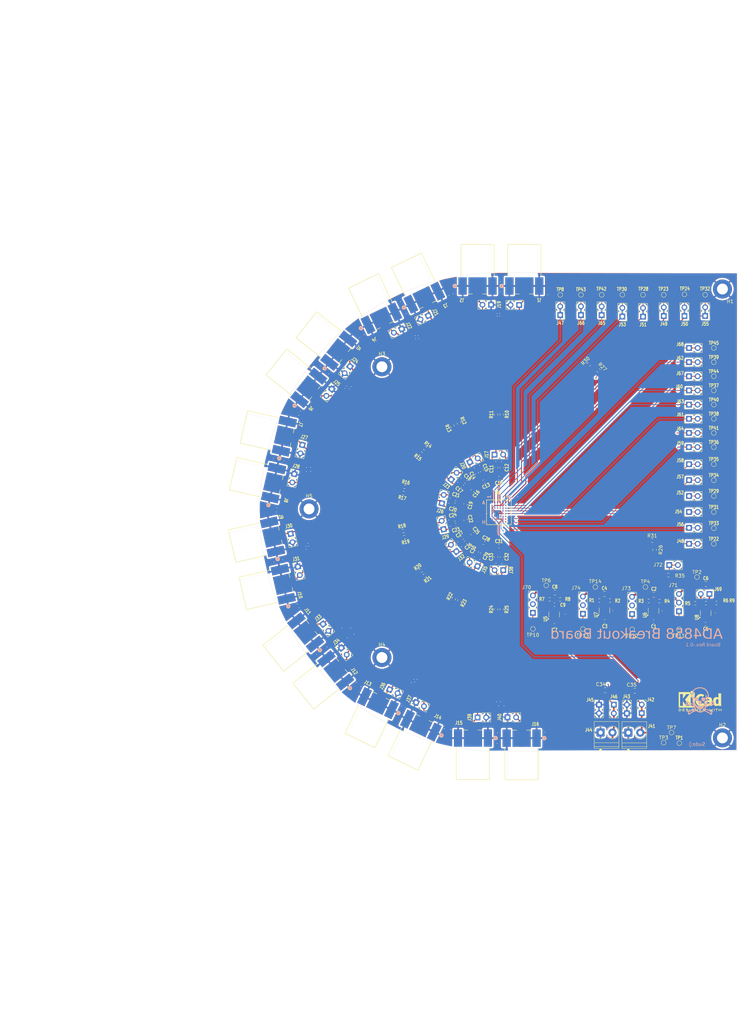
<source format=kicad_pcb>
(kicad_pcb (version 20241229) (generator "pcbnew") (generator_version "9.0")
  (layers (0 "F.Cu" signal) (4 "In1.Cu" signal) (6 "In2.Cu" signal) (2 "B.Cu" signal) (13 "F.Paste" user) (15 "B.Paste" user) (5 "F.SilkS" user "F.Silkscreen") (7 "B.SilkS" user "B.Silkscreen") (1 "F.Mask" user) (3 "B.Mask" user) (25 "Edge.Cuts" user))
  (net 0 "")
  (net 1 "+12V")
  (net 2 "GND")
  (net 3 "+1V8")
  (net 4 "+2V5")
  (net 5 "+3V3")
  (net 6 "+5V")
  (net 7 "Net-(U5-BYP)")
  (net 8 "/AD4858/IN0_N")
  (net 9 "/AD4858/IN0_P")
  (net 10 "/AD4858/IN1_P")
  (net 11 "/AD4858/IN2_P")
  (net 12 "/AD4858/IN2_N")
  (net 13 "/AD4858/IN3_P")
  (net 14 "/AD4858/IN3_N")
  (net 15 "/AD4858/IN4_N")
  (net 16 "/AD4858/IN4_P")
  (net 17 "/AD4858/IN5_P")
  (net 18 "/AD4858/IN5_N")
  (net 19 "/AD4858/IN6_N")
  (net 20 "/AD4858/IN6_P")
  (net 21 "/AD4858/IN7_P")
  (net 22 "/AD4858/IN7_N")
  (net 23 "Net-(J18-Pin_1)")
  (net 24 "Net-(J19-Pin_2)")
  (net 25 "Net-(J21-Pin_1)")
  (net 26 "Net-(J22-Pin_2)")
  (net 27 "Net-(J24-Pin_1)")
  (net 28 "Net-(J25-Pin_2)")
  (net 29 "Net-(J27-Pin_1)")
  (net 30 "Net-(J28-Pin_2)")
  (net 31 "Net-(J30-Pin_1)")
  (net 32 "Net-(J31-Pin_2)")
  (net 33 "Net-(J33-Pin_1)")
  (net 34 "Net-(J34-Pin_2)")
  (net 35 "Net-(J36-Pin_1)")
  (net 36 "Net-(J37-Pin_2)")
  (net 37 "Net-(J39-Pin_1)")
  (net 38 "Net-(J40-Pin_2)")
  (net 39 "-12V")
  (net 40 "/AD4858/REF2500")
  (net 41 "/AD4858/CS")
  (net 42 "/AD4858/CNV")
  (net 43 "/AD4858/LVDS")
  (net 44 "/AD4858/PD")
  (net 45 "/AD4858/CSCK")
  (net 46 "/AD4858/VIO_H_L")
  (net 47 "/AD4858/CSDIO")
  (net 48 "/AD4858/BUSY")
  (net 49 "/AD4858/CSD0")
  (net 50 "/AD4858/SCKO-")
  (net 51 "/AD4858/SCKO+")
  (net 52 "/AD4858/SDO7")
  (net 53 "/AD4858/SDO3")
  (net 54 "/AD4858/SDO5")
  (net 55 "/AD4858/SDO1")
  (net 56 "/AD4858/SDO4")
  (net 57 "/AD4858/SDO6")
  (net 58 "/AD4858/REFBUF")
  (net 59 "/AD4858/REFIO")
  (net 60 "/AD4858/SDO2")
  (net 61 "/AD4858/SDO0")
  (net 62 "Net-(J69-Pin_1)")
  (net 63 "Net-(J69-Pin_2)")
  (net 64 "Net-(U7-ADJ)")
  (net 65 "Net-(U6-ADJ)")
  (net 66 "/AD4858/IN1_N")
  (net 67 "/Power_Supply/Ext_VDD")
  (net 68 "/Power_Supply/Ext_VIO")
  (net 69 "/Power_Supply/V_ADJ")
  (net 70 "/Power_Supply/Ext_VDDL")
  (net 71 "/Power_Supply/Ext_VDDH")
  (net 72 "/AD4858/5V_VDD")
  (net 73 "/AD4858/3v3_VIO")
  (net 74 "/AD4858/1v8_VDDL")
  (net 75 "/AD4858/2v5_VDDH")
  (footprint "Resistor_SMD:R_0603_1608Metric" (layer "F.Cu") (at 120.825694 107.53362 -167.14)
    (property "Reference" "R19")
    (property "Value" "Res")
  )
  (footprint "Connector_PinHeader_2.54mm:PinHeader_1x02_P2.54mm_Vertical" (layer "F.Cu") (at 204.25 68.638 90)
    (property "Reference" "J63")
    (property "Value" "Conn_01x02_Pin")
  )
  (footprint "Capacitor_SMD:C_0805_2012Metric" (layer "F.Cu") (at 179.66 152.36 180)
    (property "Reference" "C34")
    (property "Value" "10uF")
  )
  (footprint "Capacitor_SMD:C_0805_2012Metric" (layer "F.Cu") (at 188.37 152.53 180)
    (property "Reference" "C35")
    (property "Value" "10uF")
  )
  (footprint "Connector_PinHeader_2.54mm:PinHeader_1x02_P2.54mm_Vertical" (layer "F.Cu") (at 204.265 90.782 90)
    (property "Reference" "J57")
    (property "Value" "Conn_01x02_Pin")
  )
  (footprint "Capacitor_SMD:C_0603_1608Metric" (layer "F.Cu") (at 149.36 113.325 90)
    (property "Reference" "C33")
    (property "Value" "Cap")
  )
  (footprint "TestPoint:TestPoint_Pad_D1.0mm" (layer "F.Cu") (at 211.54 81.11)
    (property "Reference" "TP36")
    (property "Value" "TestPoint")
  )
  (footprint "Connector_PinHeader_2.54mm:PinHeader_1x02_P2.54mm_Vertical" (layer "F.Cu") (at 204.265 104.768 90)
    (property "Reference" "J56")
    (property "Value" "Conn_01x02_Pin")
  )
  (footprint "MountingHole:MountingHole_3.2mm_M3_DIN965_Pad" (layer "F.Cu") (at 114.19 57.54)
    (property "Reference" "H3")
    (property "Value" "MountingHole_Pad")
  )
  (footprint "Con_SMA_1:CONN_142-0701-801" (layer "F.Cu") (at 91.838265 135.434337 128.57)
    (property "Reference" "J11")
    (property "Value" "142-0701-801")
    (fp_line (start 4.0005 -12.065) (end 4.000499 -2.54) (stroke (width 0.0254)) (layer "Edge.Cuts"))
    (fp_line (start -4.7625 -12.065) (end 4.0005 -12.065) (stroke (width 0.0254)) (layer "Edge.Cuts"))
    (fp_line (start -4.7625 -12.065) (end -4.7625 -2.54) (stroke (width 0.0254)) (layer "Edge.Cuts"))
    (fp_line (start -4.7625 -2.54) (end 4.000499 -2.54) (stroke (width 0.0254)) (layer "Edge.Cuts"))
  )
  (footprint "TestPoint:TestPoint_Pad_D1.0mm" (layer "F.Cu") (at 211.54 64.49)
    (property "Reference" "TP37")
    (property "Value" "TestPoint")
  )
  (footprint "Connector_PinHeader_2.54mm:PinHeader_1x02_P2.54mm_Vertical" (layer "F.Cu") (at 116.48 152.16 64.29)
    (property "Reference" "J36")
    (property "Value" "Conn_01x02_Pin")
  )
  (footprint "Connector_PinHeader_2.54mm:PinHeader_1x02_P2.54mm_Vertical" (layer "F.Cu") (at 89.54 116.15 12.86)
    (property "Reference" "J31")
    (property "Value" "Conn_01x02_Pin")
  )
  (footprint "Connector_PinHeader_2.54mm:PinHeader_1x02_P2.54mm_Vertical" (layer "F.Cu") (at 204.265 109.43 90)
    (property "Reference" "J48")
    (property "Value" "Conn_01x02_Pin")
  )
  (footprint "Capacitor_SMD:C_0603_1608Metric" (layer "F.Cu") (at 144.128492 91.206118 -154.29)
    (property "Reference" "C13")
    (property "Value" "Cap")
  )
  (footprint "Capacitor_SMD:C_0603_1608Metric" (layer "F.Cu") (at 138.854069 91.316811 141.43)
    (property "Reference" "C17")
    (property "Value" "Cap")
  )
  (footprint "Capacitor_SMD:C_0603_1608Metric" (layer "F.Cu") (at 135.914439 96.347509 167.14)
    (property "Reference" "C20")
    (property "Value" "Cap")
  )
  (footprint "Connector_PinHeader_2.54mm:PinHeader_1x02_P2.54mm_Vertical" (layer "F.Cu") (at 136.03 111.71 -141.43)
    (property "Reference" "J32")
    (property "Value" "Conn_01x02_Pin")
  )
  (footprint "TestPoint:TestPoint_Pad_D1.0mm" (layer "F.Cu") (at 211.54 100.13)
    (property "Reference" "TP31")
    (property "Value" "TestPoint")
  )
  (footprint "Connector_PinHeader_2.54mm:PinHeader_1x02_P2.54mm_Vertical" (layer "F.Cu") (at 154.46 39.42 -90)
    (property "Reference" "J18" (hide yes))
    (property "Value" "Conn_01x02_Pin")
  )
  (footprint "Connector_PinHeader_2.54mm:PinHeader_1x02_P2.54mm_Vertical" (layer "F.Cu") (at 127.79 42.56 -64.29)
    (property "Reference" "J21")
    (property "Value" "Conn_01x02_Pin")
  )
  (footprint "Connector_PinHeader_2.54mm:PinHeader_1x02_P2.54mm_Vertical" (layer "F.Cu") (at 177.86 156.5975)
    (property "Reference" "J45")
    (property "Value" "Conn_01x02_Pin")
  )
  (footprint "Connector_PinHeader_2.54mm:PinHeader_1x02_P2.54mm_Vertical" (layer "F.Cu") (at 124.23 155.97 64.29)
    (property "Reference" "J37")
    (property "Value" "Conn_01x02_Pin")
  )
  (footprint "Con_SMA_1:CONN_142-0701-801" (layer "F.Cu") (at 82.114812 107.418402 102.86)
    (property "Reference" "J9")
    (property "Value" "142-0701-801")
    (fp_line (start 4.0005 -12.065) (end 4.0005 -2.54) (stroke (width 0.0254)) (layer "Edge.Cuts"))
    (fp_line (start -4.7625 -12.065) (end 4.0005 -12.065) (stroke (width 0.0254)) (layer "Edge.Cuts"))
    (fp_line (start -4.7625 -12.065) (end -4.7625 -2.54) (stroke (width 0.0254)) (layer "Edge.Cuts"))
    (fp_line (start -4.7625 -2.54) (end 4.0005 -2.54) (stroke (width 0.0254)) (layer "Edge.Cuts"))
  )
  (footprint "Connector_PinHeader_2.54mm:PinHeader_1x02_P2.54mm_Vertical" (layer "F.Cu") (at 198.47 115.67 90)
    (property "Reference" "J72")
    (property "Value" "Conn_01x02_Pin")
  )
  (footprint "Resistor_SMD:R_0603_1608Metric" (layer "F.Cu") (at 147.64 71.545 90)
    (property "Reference" "R11")
    (property "Value" "Res")
  )
  (footprint "TestPoint:TestPoint_Pad_D1.0mm" (layer "F.Cu") (at 202.934762 36.31 90)
    (property "Reference" "TP24")
    (property "Value" "TestPoint")
  )
  (footprint "Resistor_SMD:R_0603_1608Metric" (layer "F.Cu") (at 149.35 128.665 -90)
    (property "Reference" "R25")
    (property "Value" "Res")
  )
  (footprint "Resistor_SMD:R_0603_1608Metric" (layer "F.Cu") (at 177.753363 58.633363 135)
    (property "Reference" "R27")
    (property "Value" "10K")
  )
  (footprint "TestPoint:TestPoint_Pad_D1.0mm" (layer "F.Cu") (at 184.71 36.42 90)
    (property "Reference" "TP30")
    (property "Value" "TestPoint")
  )
  (footprint "Capacitor_SMD:C_0603_1608Metric" (layer "F.Cu") (at 142.003792 111.638276 -115.71)
    (property "Reference" "C29")
    (property "Value" "Cap")
  )
  (footprint "Connector_PinHeader_2.54mm:PinHeader_1x02_P2.54mm_Vertical" (layer "F.Cu") (at 196.854286 42.67 180)
    (property "Reference" "J49")
    (property "Value" "Conn_01x02_Pin")
  )
  (footprint "Connector_PinHeader_2.54mm:PinHeader_1x02_P2.54mm_Vertical" (layer "F.Cu") (at 142.23 160.36 90)
    (property "Reference" "J39")
    (property "Value" "Conn_01x02_Pin")
  )
  (footprint "Capacitor_SMD:C_0603_1608Metric" (layer "F.Cu") (at 135.524439 98.017509 -12.86)
    (property "Reference" "C21")
    (property "Value" "Cap")
  )
  (footprint "Capacitor_SMD:C_0603_1608Metric" (layer "F.Cu") (at 143.553792 88.071724 115.71)
    (property "Reference" "C14")
    (property "Value" "Cap")
  )
  (footprint "TestPoint:TestPoint_Pad_D1.0mm" (layer "F.Cu") (at 211.54 60.34)
    (property "Reference" "TP44")
    (property "Value" "TestPoint")
  )
  (footprint "Connector_PinHeader_2.54mm:PinHeader_1x02_P2.54mm_Vertical" (layer "F.Cu") (at 147.215 83.29 90)
    (property "Reference" "J17")
    (property "Value" "Conn_01x02_Pin")
  )
  (footprint "Con_SMA_1:CONN_142-0701-801" (layer "F.Cu") (at 126.63605 37.281019 25.71)
    (property "Reference" "J3")
    (property "Value" "142-0701-801")
    (fp_line (start -4.7625 -12.065) (end -4.7625 -2.54) (stroke (width 0.0254)) (layer "Edge.Cuts"))
    (fp_line (start -4.7625 -12.065) (end 4.0005 -12.065) (stroke (width 0.0254)) (layer "Edge.Cuts"))
    (fp_line (start -4.7625 -2.54) (end 4.0005 -2.54) (stroke (width 0.0254)) (layer "Edge.Cuts"))
    (fp_line (start 4.0005 -12.065) (end 4.0005 -2.54) (stroke (width 0.0254)) (layer "Edge.Cuts"))
  )
  (footprint "TestPoint:TestPoint_Pad_D1.0mm" (layer "F.Cu") (at 196.862301 36.455 90)
    (property "Reference" "TP23")
    (property "Value" "TestPoint")
  )
  (footprint "Connector_PinHeader_2.54mm:PinHeader_1x02_P2.54mm_Vertical" (layer "F.Cu") (at 204.265 86.12 90)
    (property "Reference" "J58")
    (property "Value" "Conn_01x02_Pin")
  )
  (footprint "Con_SMA_1:CONN_142-0701-801" (layer "F.Cu") (at 125.632263 162.749234 154.29)
    (property "Reference" "J14")
    (property "Value" "142-0701-801")
    (fp_line (start 4.0005 -12.065) (end 4.0005 -2.54) (stroke (width 0.0254)) (layer "Edge.Cuts"))
    (fp_line (start -4.7625 -12.065) (end 4.0005 -12.065) (stroke (width 0.0254)) (layer "Edge.Cuts"))
    (fp_line (start -4.7625 -12.065) (end -4.7625 -2.54) (stroke (width 0.0254)) (layer "Edge.Cuts"))
    (fp_line (start -4.7625 -2.54) (end 4.0005 -2.54) (stroke (width 0.0254)) (layer "Edge.Cuts"))
  )
  (footprint "Con_SMA_1:CONN_142-0701-801" (layer "F.Cu") (at 155.95215 33.8525)
    (property "Reference" "J1")
    (property "Value" "142-0701-801")
    (fp_line (start -4.7625 -12.065) (end -4.7625 -2.54) (stroke (width 0.0254)) (layer "Edge.Cuts"))
    (fp_line (start -4.7625 -12.065) (end 4.0005 -12.065) (stroke (width 0.0254)) (layer "Edge.Cuts"))
    (fp_line (start -4.7625 -2.54) (end 4.0005 -2.54) (stroke (width 0.0254)) (layer "Edge.Cuts"))
    (fp_line (start 4.0005 -12.065) (end 4.0005 -2.54) (stroke (width 0.0254)) (layer "Edge.Cuts"))
  )
  (footprint "Connector_PinHeader_2.54mm:PinHeader_1x03_P2.54mm_Vertical" (layer "F.Cu") (at 201.32 129.23 180)
    (property "Reference" "J71")
    (property "Value" "Conn_01x03_Pin")
  )
  (footprint "Capacitor_SMD:C_0603_1608Metric" (layer "F.Cu") (at 148.505 90.2 180)
    (property "Reference" "C10")
    (property "Value" "Cap")
  )
  (footprint "Capacitor_SMD:C_0805_2012Metric" (layer "F.Cu") (at 164.91 123.74)
    (property "Reference" "C8")
    (property "Value" "22uF")
  )
  (footprint "Connector_PinHeader_2.54mm:PinHeader_1x02_P2.54mm_Vertical" (layer "F.Cu") (at 204.265 100.106 90)
    (property "Reference" "J54")
    (property "Value" "Conn_01x02_Pin")
  )
  (footprint "TestPoint:TestPoint_Pad_D1.0mm" (layer "F.Cu") (at 211.54 90.8)
    (property "Reference" "TP34")
    (property "Value" "TestPoint")
  )
  (footprint "TestPoint:TestPoint_Pad_D1.0mm" (layer "F.Cu") (at 211.54 56.19)
    (property "Reference" "TP39")
    (property "Value" "TestPoint")
  )
  (footprint "Connector_PinHeader_2.54mm:PinHeader_1x02_P2.54mm_Vertical" (layer "F.Cu") (at 146.22 39.34 -90)
    (property "Reference" "J19")
    (property "Value" "Conn_01x02_Pin")
  )
  (footprint "Connector_PinHeader_2.54mm:PinHeader_1x02_P2.54mm_Vertical" (layer "F.Cu") (at 88.48 88.97 -12.86)
    (property "Reference" "J28")
    (property "Value" "Conn_01x02_Pin")
  )
  (footprint "Capacitor_SMD:C_0603_1608Metric" (layer "F.Cu") (at 137.704069 107.723189 -141.43)
    (property "Reference" "C26")
    (property "Value" "Cap")
  )
  (footprint "TestPoint:TestPoint_Pad_D1.0mm" (layer "F.Cu") (at 211.54 72.79)
    (property "Reference" "TP38")
    (property "Value" "TestPoint")
  )
  (footprint "Capacitor_SMD:C_0603_1608Metric" (layer "F.Cu") (at 179.475 132.2)
    (property "Reference" "C3")
    (property "Value" "2.2uF")
  )
  (footprint "Capacitor_SMD:C_0805_2012Metric" (layer "F.Cu") (at 209.2 121.25)
    (property "Reference" "C6")
    (property "Value" "10uF")
  )
  (footprint "Connector_PinHeader_2.54mm:PinHeader_1x02_P2.54mm_Vertical" (layer "F.Cu") (at 131.756224 97.573019 167.14)
    (property "Reference" "J26")
    (property "Value" "Conn_01x02_Pin")
  )
  (footprint "Package_TO_SOT_SMD:TSOT-23-5" (layer "F.Cu") (at 179.4625 128.99 90)
    (property "Reference" "U7")
    (property "Value" "LT1761-SD")
  )
  (footprint "TestPoint:TestPoint_Pad_D1.0mm" (layer "F.Cu") (at 190.789841 36.44 90)
    (property "Reference" "TP28")
    (property "Value" "TestPoint")
  )
  (footprint "Connector_PinHeader_2.54mm:PinHeader_1x02_P2.54mm_Vertical" (layer "F.Cu") (at 87.394673 106.503711 12.86)
    (property "Reference" "J30")
    (property "Value" "Conn_01x02_Pin")
  )
  (footprint "Capacitor_SMD:C_0603_1608Metric" (layer "F.Cu") (at 148.5075 110.14)
    (property "Reference" "C31")
    (property "Value" "Cap")
  )
  (footprint "Connector_PinHeader_2.54mm:PinHeader_1x03_P2.54mm_Vertical" (layer "F.Cu") (at 187.57 130.065 180)
    (property "Reference" "J73")
    (property "Value" "Conn_01x03_Pin")
  )
  (footprint "TestPoint:TestPoint_Pad_D1.0mm" (layer "F.Cu") (at 201.43 167.9)
    (property "Reference" "TP1")
    (property "Value" "TestPoint")
  )
  (footprint "Connector_PinHeader_2.54mm:PinHeader_1x02_P2.54mm_Vertical" (layer "F.Cu") (at 204.26 56.182 90)
    (property "Reference" "J62")
    (property "Value" "Conn_01x02_Pin")
  )
  (footprint "Resistor_SMD:R_0603_1608Metric" (layer "F.Cu") (at 120.884306 92.73362 167.14)
    (property "Reference" "R16")
    (property "Value" "Res")
  )
  (footprint "TestPoint:TestPoint_Pad_D1.0mm" (layer "F.Cu") (at 196.83 167.73)
    (property "Reference" "TP3")
    (property "Value" "TestPoint")
  )
  (footprint "Capacitor_SMD:C_0805_2012Metric" (layer "F.Cu") (at 179.46 124.16)
    (property "Reference" "C4")
    (property "Value" "10uF")
  )
  (footprint "TestPoint:TestPoint_Pad_D1.0mm" (layer "F.Cu") (at 191.48 122.13)
    (property "Reference" "TP4")
    (property "Value" "TestPoint")
  )
  (footprint "Connector_PinHeader_2.54mm:PinHeader_1x02_P2.54mm_Vertical" (layer "F.Cu") (at 132.283777 105.183019 -167.14)
    (property "Reference" "J29")
    (property "Value" "Conn_01x02_Pin")
  )
  (footprint "TestPoint:TestPoint_Pad_D1.0mm" (layer "F.Cu") (at 173.12 134.43)
    (property "Reference" "TP13")
    (property "Value" "TestPoint")
  )
  (footprint "TestPoint:TestPoint_Pad_D1.0mm" (layer "F.Cu") (at 176.81 122.1)
    (property "Reference" "TP14")
    (property "Value" "TestPoint")
  )
  (footprint "MountingHole:MountingHole_3.2mm_M3_DIN965_Pad" (layer "F.Cu") (at 214.07 34.75)
    (property "Reference" "H1")
    (property "Value" "MountingHole_Pad")
  )
  (footprint "Con_SMA_1:CONN_142-0701-801" (layer "F.Cu") (at 155.1615 166.43 180)
    (property "Reference" "J16")
    (property "Value" "142-0701-801")
    (fp_line (start 4.0005 -12.065) (end 4.0005 -2.54) (stroke (width 0.0254)) (layer "Edge.Cuts"))
    (fp_line (start -4.7625 -2.54) (end 4.0005 -2.54) (stroke (width 0.0254)) (layer "Edge.Cuts"))
    (fp_line (start -4.7625 -12.065) (end 4.0005 -12.065) (stroke (width 0.0254)) (layer "Edge.Cuts"))
    (fp_line (start -4.7625 -12.065) (end -4.7625 -2.54) (stroke (width 0.0254)) (layer "Edge.Cuts"))
  )
  (footprint "Con_SMA_1:CONN_142-0701-801" (layer "F.Cu") (at 140.8785 166.4 180)
    (property "Reference" "J15")
    (property "Value" "142-0701-801")
    (fp_line (start 4.0005 -12.065) (end 4.0005 -2.54) (stroke (width 0.0254)) (layer "Edge.Cuts"))
    (fp_line (start -4.7625 -2.54) (end 4.0005 -2.54) (stroke (width 0.0254)) (layer "Edge.Cuts"))
    (fp_line (start -4.7625 -12.065) (end 4.0005 -12.065) (stroke (width 0.0254)) (layer "Edge.Cuts"))
    (fp_line (start -4.7625 -12.065) (end -4.7625 -2.54) (stroke (width 0.0254)) (layer "Edge.Cuts"))
  )
  (footprint "Connector_PinHeader_2.54mm:PinHeader_1x02_P2.54mm_Vertical" (layer "F.Cu") (at 119.99 46.45 -64.29)
    (property "Reference" "J22")
    (property "Value" "Conn_01x02_Pin")
  )
  (footprint "Connector_PinHeader_2.54mm:PinHeader_1x02_P2.54mm_Vertical" (layer "F.Cu") (at 209 42.63 180)
    (property "Reference" "J55")
    (property "Value" "Conn_01x02_Pin")
  )
  (footprint "Resistor_SMD:R_0603_1608Metric" (layer "F.Cu") (at 136.802102 74.046674 115.71)
    (property "Reference" "R12")
    (property "Value" "Res")
  )
  (footprint "Capacitor_SMD:C_0603_1608Metric" (layer "F.Cu") (at 143.533792 112.378276 64.29)
    (property "Reference" "C30")
    (property "Value" "Cap")
  )
  (footprint "Resistor_SMD:R_0603_1608Metric" (layer "F.Cu") (at 120.435694 105.67362 -167.14)
    (property "Reference" "R18")
    (property "Value" "Res")
  )
  (footprint "Capacitor_SMD:C_0603_1608Metric" (layer "F.Cu") (at 137.794069 92.656811 -38.57)
    (property "Reference" "C18")
    (property "Value" "Cap")
  )
  (footprint "TestPoint:TestPoint_Pad_D1.0mm" (layer "F.Cu") (at 162.4 121.65)
    (property "Reference" "TP6")
    (property "Value" "TestPoint")
  )
  (footprint "Connector_PinHeader_2.54mm:PinHeader_1x02_P2.54mm_Vertical" (layer "F.Cu") (at 204.25 64.486 90)
    (property "Reference" "J60")
    (property "Value" "Conn_01x02_Pin")
  )
  (footprint "Capacitor_SMD:C_0603_1608Metric" (layer "F.Cu") (at 140.73 93.91 -128.57)
    (property "Reference" "C16")
    (property "Value" "Cap")
  )
  (footprint "Resistor_SMD:R_0603_1608Metric" (layer "F.Cu") (at 174.916637 56.883363 45)
    (property "Reference" "R30")
    (property "Value" "10K")
  )
  (footprint "TerminalBlock_Phoenix:TerminalBlock_Phoenix_PT-1,5-2-3.5-H_1x02_P3.50mm_Horizontal" (layer "F.Cu") (at 178.32 164.7775)
    (property "Reference" "J44")
    (property "Value" "Screw_Terminal_01x02")
  )
  (footprint "Connector_PinHeader_2.54mm:PinHeader_1x02_P2.54mm_Vertical" (layer "F.Cu") (at 99.48 64.08 -38.57)
    (property "Reference" "J25")
    (property "Value" "Conn_01x02_Pin")
  )
  (footprint "TestPoint:TestPoint_Pad_D1.0mm" (layer "F.Cu") (at 211.54 76.95)
    (property "Reference" "TP41")
    (property "Value" "TestPoint")
  )
  (footprint "Resistor_SMD:R_0603_1608Metric" (layer "F.Cu") (at 126.744976 118.774363 -141.43)
    (property "Reference" "R21")
    (property "Value" "Res")
  )
  (footprint "Package_TO_SOT_SMD:TSOT-23-5" (layer "F.Cu") (at 209.15 129.77 90)
    (property "Reference" "U8")
    (property "Value" "LT1761-SD")
  )
  (footprint "Resistor_SMD:R_0603_1608Metric" (layer "F.Cu") (at 134.897898 74.963326 115.71)
    (property "Reference" "R13")
    (property "Value" "Res")
  )
  (footprint "Capacitor_SMD:C_0603_1608Metric" (layer "F.Cu") (at 149.35 87.115 90)
    (property "Reference" "C11")
    (property "Value" "Cap")
  )
  (footprint "Resistor_SMD:R_0603_1608Metric" (layer "F.Cu") (at 125.604976 82.975637 141.43)
    (property "Reference" "R15")
    (property "Value" "Res")
  )
  (footprint "Resistor_SMD:R_0603_1608Metric" (layer "F.Cu") (at 181.105 126.08)
    (property "Reference" "R2")
    (property "Value" "1K")
  )
  (footprint "Capacitor_SMD:C_0603_1608Metric" (layer "F.Cu") (at 147.65 87.125 -90)
    (property "Reference" "C12")
    (property "Value" "Cap")
  )
  (footprint "Con_SMA_1:CONN_142-0701-801" (layer "F.Cu") (at 142.23215 33.8525)
    (property "Reference" "J2")
    (property "Value" "142-0701-801")
    (fp_line (start -4.7625 -12.065) (end -4.7625 -2.54) (stroke (width 0.0254)) (layer "Edge.Cuts"))
    (fp_line (start -4.7625 -12.065) (end 4.0005 -12.065) (stroke (width 0.0254)) (layer "Edge.Cuts"))
    (fp_line (start -4.7625 -2.54) (end 4.0005 -2.54) (stroke (width 0.0254)) (layer "Edge.Cuts"))
    (fp_line (start 4.0005 -12.065) (end 4.0005 -2.54) (stroke (width 0.0254)) (layer "Edge.Cuts"))
  )
  (footprint "Connector_PinHeader_2.54mm:PinHeader_1x02_P2.54mm_Vertical" (layer "F.Cu") (at 210.25 124.16 -90)
    (property "Reference" "J69")
    (property "Value" "Conn_01x02_Pin")
  )
  (footprint "Connector_PinHeader_2.54mm:PinHeader_1x02_P2.54mm_Vertical" (layer "F.Cu") (at 204.26 72.79 90)
    (property "Reference" "J61")
    (property "Value" "Conn_01x02_Pin")
  )
  (footprint "Connector_PinHeader_2.54mm:PinHeader_1x02_P2.54mm_Vertical" (layer "F.Cu") (at 104.823615 57.444109 -38.57)
    (property "Reference" "J24")
    (property "Value" "Conn_01x02_Pin")
  )
  (footprint "Resistor_SMD:R_0603_1608Metric" (layer "F.Cu") (at 193.475 108.5)
    (property "Reference" "R31")
    (property "Value" "10K")
  )
  (footprint "Capacitor_SMD:C_0603_1608Metric" (layer "F.Cu") (at 135.884439 103.942491 12.86)
    (property "Reference" "C24")
    (property "Value" "Cap")
  )
  (footprint "Symbol:Symbol_Danger_8x8mm_B.silkscreen" (layer "F.Cu") (at 207.486392 155.46365)
    (property "Reference" "REF**" (hide yes))
    (property "Value" "Symbol_Danger_8x8mm_B.silkscreen" (hide yes))
  )
  (footprint "Connector_PinHeader_2.54mm:PinHeader_1x02_P2.54mm_Vertical" (layer "F.Cu") (at 178.635714 42.39 180)
    (property "Reference" "J65")
    (property "Value" "Conn_01x02_Pin")
  )
  (footprint "Resistor_SMD:R_0603_1608Metric" (layer "F.Cu") (at 206.125 126.86)
    (property "Reference" "R5")
    (property "Value" "1.47K")
  )
  (footprint "Resistor_SMD:R_0603_1608Metric" (layer "F.Cu") (at 120.475694 94.57638 167.14)
    (property "Reference" "R17")
    (property "Value" "Res")
  )
  (footprint "Capacitor_SMD:C_0805_2012Metric" (layer "F.Cu") (at 193.96 124.39)
    (property "Reference" "C2")
    (property "Value" "10uF")
  )
  (footprint "TestPoint:TestPoint_Pad_D1.0mm" (layer "F.Cu") (at 211.54 52.03)
    (property "Reference" "TP45")
    (property "Value" "TestPoint")
  )
  (footprint "Resistor_SMD:R_0603_1608Metric" (layer "F.Cu") (at 195.585 126.23)
    (property "Reference" "R4")
    (property "Value" "1K")
  )
  (footprint "Capacitor_SMD:C_0603_1608Metric" (layer "F.Cu") (at 209.095 132.99)
    (property "Reference" "C5")
    (property "Value" "2.2uF")
  )
  (footprint "TestPoint:TestPoint_Pad_D1.0mm" (layer "F.Cu") (at 178.644921 36.45 90)
    (property "Reference" "TP42")
    (property "Value" "TestPoint")
  )
  (footprint "TestPoint:TestPoint_Pad_D1.0mm" (layer "F.Cu") (at 166.5 36.46 90)
    (property "Reference" "TP8")
    (property "Value" "TestPoint")
  )
  (footprint "Capacitor_SMD:C_0603_1608Metric" (layer "F.Cu") (at 138.765931 109.056811 38.57)
    (property "Reference" "C27")
    (property "Value" "Cap")
  )
  (footprint "Connector_PinHeader_2.54mm:PinHeader_1x02_P2.54mm_Vertical" (layer "F.Cu") (at 204.25 76.942 90)
    (property "Reference" "J64")
    (property "Value" "Conn_01x02_Pin")
  )
  (footprint "Package_TO_SOT_SMD:TSOT-23-5" (layer "F.Cu") (at 193.86 129.09 90)
    (property "Reference" "U6")
    (property "Value" "LT1761-SD")
  )
  (footprint "Connector_PinHeader_2.54mm:PinHeader_1x02_P2.54mm_Vertical" (layer "F.Cu") (at 204.25 60.334 90)
    (property "Reference" "J67")
    (property "Value" "Conn_01x02_Pin")
  )
  (footprint "Connector_PinHeader_2.54mm:PinHeader_1x02_P2.54mm_Vertical" (layer "F.Cu") (at 190.781429 42.845 180)
    (property "Reference" "J51")
    (property "Value" "Conn_01x02_Pin")
  )
  (footprint "MountingHole:MountingHole_3.2mm_M3_DIN965_Pad" (layer "F.Cu") (at 92.81 99.22)
    (property "Reference" "H5")
    (property "Value" "MountingHole_Pad")
  )
  (footprint "TestPoint:TestPoint_Pad_D1.0mm" (layer "F.Cu") (at 211.54 104.88)
    (property "Reference" "TP33")
    (property "Value" "TestPoint")
  )
  (footprint "Connector_PinHeader_2.54mm:PinHeader_1x02_P2.54mm_Vertical" (layer "F.Cu") (at 172.562857 42.38 180)
    (property "Reference" "J66")
    (property "Value" "Conn_01x02_Pin")
  )
  (footprint "Resistor_SMD:R_0603_1608Metric" (layer "F.Cu") (at 198.215 118.65 180)
    (property "Reference" "R35")
    (property "Value" "0")
  )
  (footprint "Capacitor_SMD:C_0603_1608Metric" (layer "F.Cu") (at 147.65 113.325 -90)
    (property "Reference" "C32")
    (property "Value" "Cap")
  )
  (footprint "Con_SMA_1:CONN_142-0701-801" (layer "F.Cu") (at 100.641735 146.555663 128.57)
    (property "Reference" "J12")
    (property "Value" "142-0701-801")
    (fp_line (start 4.0005 -12.065) (end 4.000499 -2.54) (stroke (width 0.0254)) (layer "Edge.Cuts"))
    (fp_line (start -4.7625 -12.065) (end 4.0005 -12.065) (stroke (width 0.0254)) (layer "Edge.Cuts"))
    (fp_line (start -4.7625 -12.065) (end -4.7625 -2.54) (stroke (width 0.0254)) (layer "Edge.Cuts"))
    (fp_line (start -4.7625 -2.54) (end 4.000499 -2.54) (stroke (width 0.0254)) (layer "Edge.Cuts"))
  )
  (footprint "TestPoint:TestPoint_Pad_D1.0mm" (layer "F.Cu") (at 199.14 164.79)
    (property "Reference" "TP7")
    (property "Value" "TestPoint")
  )
  (footprint "Resistor_SMD:R_0603_1608Metric" (layer "F.Cu") (at 177.965 126.08)
    (property "Reference" "R1")
    (property "Value" "1.05K")
  )
  (footprint "Con_SMA_1:CONN_142-0701-801" (layer "F.Cu") (at 92.733546 63.729277 51.43)
    (property "Reference" "J6")
    (property "Value" "142-0701-801")
    (fp_line (start -4.7625 -12.065) (end 4.0005 -12.064999) (stroke (width 0.0254)) (layer "Edge.Cuts"))
    (fp_line (start -4.7625 -12.065) (end -4.7625 -2.54) (stroke (width 0.0254)) (layer "Edge.Cuts"))
    (fp_line (start 4.0005 -12.064999) (end 4.000501 -2.54) (stroke (width 0.0254)) (layer "Edge.Cuts"))
    (fp_line (start -4.7625 -2.54) (end 4.000501 -2.54) (stroke (width 0.0254)) (layer "Edge.Cuts"))
  )
  (footprint "Package_TO_SOT_SMD:TSOT-23-5" (layer "F.Cu") (at 164.72 130.1725 90)
    (property "Reference" "U5")
    (property "Value" "LT1761-5")
  )
  (footprint "Connector_PinHeader_2.54mm:PinHeader_1x03_P2.54mm_Vertical" (layer "F.Cu") (at 158.47 129.685 180)
    (property "Reference" "J70")
    (property "Value" "Conn_01x03_Pin")
  )
  (footprint "TestPoint:TestPoint_Pad_D1.0mm" (layer "F.Cu") (at 158.48 134.39)
    (property "Reference" "TP10")
    (property "Value" "TestPoint")
  )
  (footprint "Connector_PinHeader_2.54mm:PinHeader_1x02_P2.54mm_Vertical" (layer "F.Cu") (at 186.04 159.1575 180)
    (property "Reference" "J43")
    (property "Value" "Conn_01x02_Pin")
  )
  (footprint "Connector_PinHeader_2.54mm:PinHeader_1x02_P2.54mm_Vertical" (layer "F.Cu") (at 96.916385 132.984109 38.57)
    (property "Reference" "J33")
    (property "Value" "Conn_01x02_Pin")
  )
  (footprint "Capacitor_SMD:C_0603_1608Metric" (layer "F.Cu") (at 138.73 97.87 -102.86)
    (property "Reference" "C19")
    (property "Value" "Cap")
  )
  (footprint "Symbol:KiCad-Logo2_5mm_SilkScreen" (layer "F.Cu") (at 207.5 155.53)
    (property "Reference" "REF**" (hide yes))
    (property "Value" "KiCad-Logo2_5mm_SilkScreen" (hide yes))
  )
  (footprint "TestPoint:TestPoint_Pad_D1.0mm" (layer "F.Cu") (at 211.54 95.45)
    (property "Reference" "TP29")
    (property "Value" "TestPoint")
  )
  (footprint "Con_SMA_1:CONN_142-0701-801" (layer "F.Cu") (at 82.403041 91.59912 77.14)
    (property "Reference" "J8")
    (property "Value" "142-0701-801")
    (fp_line (start -4.7625 -12.065) (end 4.0005 -12.065) (stroke (width 0.0254)) (layer "Edge.Cuts"))
    (fp_line (start -4.7625 -12.065) (end -4.7625 -2.54) (stroke (width 0.0254)) (layer "Edge.Cuts"))
    (fp_line (start 4.0005 -12.065) (end 4.0005 -2.54) (stroke (width 0.0254)) (layer "Edge.Cuts"))
    (fp_line (start -4.7625 -2.54) (end 4.0005 -2.54) (stroke (width 0.0254)) (layer "Edge.Cuts"))
  )
  (footprint "TerminalBlock_Phoenix:TerminalBlock_Phoenix_PT-1,5-2-3.5-H_1x02_P3.50mm_Horizontal" (layer "F.Cu") (at 186.47 164.8175)
    (property "Reference" "J41")
    (property "Value" "Screw_Terminal_01x02")
  )
  (footprint "Con_SMA_1:CONN_142-0701-801" (layer "F.Cu") (at 101.533546 52.819277 51.43)
    (property "Reference" "J5")
    (property "Value" "142-0701-801")
    (fp_line (start -4.7625 -12.065) (end 4.0005 -12.064999) (stroke (width 0.0254)) (layer "Edge.Cuts"))
    (fp_line (start -4.7625 -12.065) (end -4.7625 -2.54) (stroke (width 0.0254)) (layer "Edge.Cuts"))
    (fp_line (start 4.0005 -12.064999) (end 4.000501 -2.54) (stroke (width 0.0254)) (layer "Edge.Cuts"))
    (fp_line (start -4.7625 -2.54) (end 4.000501 -2.54) (stroke (width 0.0254)) (layer "Edge.Cuts"))
  )
  (footprint "Capacitor_SMD:C_0603_1608Metric" (layer "F.Cu") (at 144.121724 109.193792 -25.71)
    (property "Reference" "C28")
    (property "Value" "Cap")
  )
  (footprint "TestPoint:TestPoint_Pad_D1.0mm" (layer "F.Cu") (at 206.6 119.22)
    (property "Reference" "TP2")
    (property "Value" "TestPoint")
  )
  (footprint "Resistor_SMD:R_0603_1608Metric" (layer "F.Cu") (at 194.18 111.195 90)
    (property "Reference" "R26")
    (property "Value" "10K")
  )
  (footprint "Resistor_SMD:R_0603_1608Metric" (layer "F.Cu") (at 192.435 126.23)
    (property "Reference" "R3")
    (property "Value" "475")
  )
  (footprint "Con_SMA_1:CONN_142-0701-801" (layer "F.Cu") (at 114.05605 43.341019 25.71)
    (property "Reference" "J4")
    (property "Value" "142-0701-801")
    (fp_line (start -4.7625 -12.065) (end -4.7625 -2.54) (stroke (width 0.0254)) (layer "Edge.Cuts"))
    (fp_line (start -4.7625 -12.065) (end 4.0005 -12.065) (stroke (width 0.0254)) (layer "Edge.Cuts"))
    (fp_line (start -4.7625 -2.54) (end 4.0005 -2.54) (stroke (width 0.0254)) (layer "Edge.Cuts"))
    (fp_line (start 4.0005 -12.065) (end 4.0005 -2.54) (stroke (width 0.0254)) (layer "Edge.Cuts"))
  )
  (footprint "Connector_PinHeader_2.54mm:PinHeader_1x03_P2.54mm_Vertical" (layer "F.Cu") (at 173.15 129.98 180)
    (property "Reference" "J74")
    (property "Value" "Conn_01x03_Pin")
  )
  (footprint "Connector_PinHeader_2.54mm:PinHeader_1x02_P2.54mm_Vertical" (layer "F.Cu") (at 149.78 117.18 -90)
    (property "Reference" "J38")
    (property "Value" "Conn_01x02_Pin")
  )
  (footprint "Resistor_SMD:R_0603_1608Metric" (layer "F.Cu") (at 147.65 128.655 -90)
    (property "Reference" "R24")
    (property "Value" "Res")
  )
  (footprint "Resistor_SMD:R_0603_1608Metric" (layer "F.Cu") (at 149.36 71.545 90)
    (property "Reference" "R10")
    (property "Value" "Res")
  )
  (footprint "TestPoint:TestPoint_Pad_D1.0mm" (layer "F.Cu") (at 201.32 134.54)
    (property "Reference" "TP11")
    (property "Value" "TestPoint")
  )
  (footprint "Resistor_SMD:R_0603_1608Metric" (layer "F.Cu") (at 135.302102 125.483326 -115.71)
    (property "Reference" "R22")
    (property "Value" "Res")
  )
  (footprint "Capacitor_SMD:C_0603_1608Metric" (layer "F.Cu") (at 138.74 102.43 -77.14)
    (property "Reference" "C22")
    (property "Value" "Cap")
  )
  (footprint "Resistor_SMD:R_0603_1608Metric" (layer "F.Cu") (at 136.89 126.22 -115.71)
    (property "Reference" "R23")
    (property "Value" "Res")
  )
  (footprint "Connector_PinHeader_2.54mm:PinHeader_1x02_P2.54mm_Vertical" (layer "F.Cu") (at 184.708571 42.81 180)
    (property "Reference" "J53")
    (property "Value" "Conn_01x02_Pin")
  )
  (footprint "Connector_PinHeader_2.54mm:PinHeader_1x02_P2.54mm_Vertical" (layer "F.Cu") (at 204.22 81.094 90)
    (property "Reference" "J59")
    (property "Value" "Conn_01x02_Pin")
  )
  (footprint "Capacitor_SMD:C_0603_1608Metric" (layer "F.Cu") (at 135.514439 102.292491 -167.14)
    (property "Reference" "C23")
    (property "Value" "Cap")
  )
  (footprint "Resistor_SMD:R_0603_1608Metric" (layer "F.Cu") (at 212.285 126.83)
    (property "Reference" "R9")
    (property "Value" "1.02K")
  )
  (footprint "TestPoint:TestPoint_Pad_D1.0mm" (layer "F.Cu") (at 211.54 109.47)
    (property "Reference" "TP22")
    (property "Value" "TestPoint")
  )
  (footprint "AD4858:BGA-64_05-08-7086_ADI" (layer "F.Cu") (at 148.5 100.2)
    (property "Reference" "U1")
    (property "Value" "AD4858BBCZ")
  )
  (footprint "TestPoint:TestPoint_Pad_D1.0mm" (layer "F.Cu") (at 211.54 86.11)
    (property "Reference" "TP35")
    (property "Value" "TestPoint")
  )
  (footprint "Connector_PinHeader_2.54mm:PinHeader_1x02_P2.54mm_Vertical" (layer "F.Cu") (at 90.85 80.46 -12.86)
    (property "Reference" "J27")
    (property "Value" "Conn_01x02_Pin")
  )
  (footprint "Con_SMA_1:CONN_142-0701-801" (layer "F.Cu") (at 85.245189 121.281598 102.86)
    (property "Reference" "J10")
    (property "Value" "142-0701-801")
    (fp_line (start 4.0005 -12.065) (end 4.0005 -2.54) (stroke (width 0.0254)) (layer "Edge.Cuts"))
    (fp_line (start -4.7625 -12.065) (end 4.0005 -12.065) (stroke (width 0.0254)) (layer "Edge.Cuts"))
    (fp_line (start -4.7625 -12.065) (end -4.7625 -2.54) (stroke (width 0.0254)) (layer "Edge.Cuts"))
    (fp_line (start -4.7625 -2.54) (end 4.0005 -2.54) (stroke (width 0.0254)) (layer "Edge.Cuts"))
  )
  (footprint "Capacitor_SMD:C_0603_1608Metric" (layer "F.Cu") (at 140.696811 106.424069 -51.43)
    (property "Reference" "C25")
    (property "Value" "Cap")
  )
  (footprint "Capacitor_SMD:C_0603_1608Metric" (layer "F.Cu") (at 193.885 132.25)
    (property "Reference" "C1")
    (property "Value" "2.2uF")
  )
  (footprint "Connector_PinHeader_2.54mm:PinHeader_1x02_P2.54mm_Vertical" (layer "F.Cu") (at 134.516385 90.595891 141.43)
    (property "Reference" "J23")
    (property "Value" "Conn_01x02_Pin")
  )
  (footprint "TestPoint:TestPoint_Pad_D1.0mm" (layer "F.Cu") (at 172.57246 36.45 90)
    (property "Reference" "TP43")
    (property "Value" "TestPoint")
  )
  (footprint "Con_SMA_1:CONN_142-0701-801" (layer "F.Cu") (at 85.563041 77.88912 77.14)
    (property "Reference" "J7")
    (property "Value" "142-0701-801")
    (fp_line (start -4.7625 -12.065) (end 4.0005 -12.065) (stroke (width 0.0254)) (layer "Edge.Cuts"))
    (fp_line (start -4.7625 -12.065) (end -4.7625 -2.54) (stroke (width 0.0254)) (layer "Edge.Cuts"))
    (fp_line (start 4.0005 -12.065) (end 4.0005 -2.54) (stroke (width 0.0254)) (layer "Edge.Cuts"))
    (fp_line (start -4.7625 -2.54) (end 4.0005 -2.54) (stroke (width 0.0254)) (layer "Edge.Cuts"))
  )
  (footprint "MountingHole:MountingHole_3.2mm_M3_DIN965_Pad" (layer "F.Cu") (at 214.07 166.36)
    (property "Reference" "H2")
    (property "Value" "MountingHole_Pad")
  )
  (footprint "Connector_PinHeader_2.54mm:PinHeader_1x02_P2.54mm_Vertical" (layer "F.Cu") (at 151.02 160.33 90)
    (property "Reference" "J40")
    (property "Value" "Conn_01x02_Pin")
  )
  (footprint "Capacitor_SMD:C_0603_1608Metric" (layer "F.Cu") (at 142.02378 88.80173 -64.289)
    (property "Reference" "C15")
    (property "Value" "Cap")
  )
  (footprint "Connector_PinHeader_2.54mm:PinHeader_1x02_P2.54mm_Vertical" (layer "F.Cu") (at 204.28 52.03 90)
    (property "Reference" "J68")
    (property "Value" "Conn_01x02_Pin")
  )
  (footprint "TestPoint:TestPoint_Pad_D1.0mm" (layer "F.Cu") (at 187.6 134.54)
    (property "Reference" "TP12")
    (property "Value" "TestPoint")
  )
  (footprint "Capacitor_SMD:C_0603_1608Metric" (layer "F.Cu") (at 164.785 127.28)
    (property "Reference" "C9")
    (property "Value" "0.01uF")
  )
  (footprint "Connector_PinHeader_2.54mm:PinHeader_1x02_P2.54mm_Vertical" (layer "F.Cu") (at 102.27 139.97 38.57)
    (property "Reference" "J34")
    (property "Value" "Conn_01x02_Pin")
  )
  (footprint "Connector_PinHeader_2.54mm:PinHeader_1x02_P2.54mm_Vertical" (layer "F.Cu") (at 166.49 42.375 180)
    (property "Reference" "J47")
    (property "Value" "Conn_01x02_Pin")
  )
  (footprint "Resistor_SMD:R_0603_1608Metric" (layer "F.Cu") (at 125.614976 117.304363 -141.43)
    (property "Reference" "R20")
    (property "Value" "Res")
  )
  (footprint "Resistor_SMD:R_0603_1608Metric" (layer "F.Cu") (at 166.465 125.76)
    (property "Reference" "R8")
    (property "Value" "470")
  )
  (footprint "Resistor_SMD:R_0603_1608Metric" (layer "F.Cu") (at 126.83 81.45 141.43)
    (property "Reference" "R14")
    (property "Value" "Res")
  )
  (footprint "Capacitor_SMD:C_0603_1608Metric" (layer "F.Cu") (at 164.795 133.39)
    (property "Reference" "C7")
    (property "Value" "2.2uF")
  )
  (footprint "Con_SMA_1:CONN_142-0701-801" (layer "F.Cu") (at 113.032263 156.179234 154.29)
    (property "Reference" "J13")
    (property "Value" "142-0701-801")
    (fp_line (start 4.0005 -12.065) (end 4.0005 -2.54) (stroke (width 0.0254)) (layer "Edge.Cuts"))
    (fp_line (start -4.7625 -12.065) (end 4.0005 -12.065) (stroke (width 0.0254)) (layer "Edge.Cuts"))
    (fp_line (start -4.7625 -12.065) (end -4.7625 -2.54) (stroke (width 0.0254)) (layer "Edge.Cuts"))
    (fp_line (start -4.7625 -2.54) (end 4.0005 -2.54) (stroke (width 0.0254)) (layer "Edge.Cuts"))
  )
  (footprint "TestPoint:TestPoint_Pad_D1.0mm" (layer "F.Cu") (at 211.54 68.64)
    (property "Reference" "TP40")
    (property "Value" "TestPoint")
  )
  (footprint "Connector_PinHeader_2.54mm:PinHeader_1x02_P2.54mm_Vertical" (layer "F.Cu") (at 204.265 95.444 90)
    (property "Reference" "J52")
    (property "Value" "Conn_01x02_Pin")
  )
  (footprint "MountingHole:MountingHole_3.2mm_M3_DIN965_Pad" (layer "F.Cu") (at 114.19 142.79)
    (property "Reference" "H4")
    (property "Value" "MountingHole_Pad")
  )
  (footprint "Connector_PinHeader_2.54mm:PinHeader_1x02_P2.54mm_Vertical" (layer "F.Cu") (at 182.21 156.6075)
    (property "Reference" "J46")
    (property "Value" "Conn_01x02_Pin")
  )
  (footprint "Resistor_SMD:R_0603_1608Metric" (layer "F.Cu") (at 209.215 126.86)
    (property "Reference" "R6")
    (property "Value" "2.67K")
  )
  (footprint "Connector_PinHeader_2.54mm:PinHeader_1x02_P2.54mm_Vertical" (layer "F.Cu") (at 140 85.5 115.71)
    (property "Reference" "J20")
    (property "Value" "Conn_01x02_Pin")
  )
  (footprint "TestPoint:TestPoint_Pad_D1.0mm" (layer "F.Cu") (at 209.007222 36.45 90)
    (property "Reference" "TP32")
    (property "Value" "TestPoint")
  )
  (footprint "Connector_PinHeader_2.54mm:PinHeader_1x02_P2.54mm_Vertical" (layer "F.Cu") (at 142.208776 116.013116 -115.71)
    (property "Reference" "J35")
    (property "Value" "Conn_01x02_Pin")
  )
  (footprint "Connector_PinHeader_2.54mm:PinHeader_1x02_P2.54mm_Vertical" (layer "F.Cu") (at 202.927143 42.67 180)
    (property "Reference" "J50")
    (property "Value" "Conn_01x02_Pin")
  )
  (footprint "Connector_PinHeader_2.54mm:PinHeader_1x02_P2.54mm_Vertical" (layer "F.Cu") (at 190.39 159.1075 180)
    (property "Reference" "J42")
    (property "Value" "Conn_01x02_Pin")
  )
  (footprint "Resistor_SMD:R_0603_1608Metric" (layer "F.Cu") (at 163.395 125.74)
    (property "Reference" "R7")
    (property "Value" "1.47K")
  )
  (gr_line (start 218.47124 29.989827) (end 218.439544 170.229847) (stroke (width 0.05)) (layer "Edge.Cuts"))
  (gr_line (start 148.47 29.98) (end 218.470603 29.989827) (stroke (width 0.05)) (layer "Edge.Cuts"))
  (gr_arc (start 148.438941 170.22002) (mid 78.289976 100.084491) (end 148.469959 29.98) (stroke (width 0.05)) (layer "Edge.Cuts"))
  (gr_line (start 148.438941 170.22002) (end 218.439544 170.229847) (stroke (width 0.05)) (layer "Edge.Cuts"))
  (gr_text "Sudo;)" (at 209.12 168.79 0) (layer "B.SilkS") (effects (font (size 1 1)) (justify left bottom mirror)))
  (gr_text "AD4858 Breakout Board" (at 214.18 137.79 0) (layer "B.SilkS") (effects (font (size 3 3)) (justify left bottom mirror)))
  (gr_text "Board Rev.-0.1" (at 213.51 139.7 0) (layer "B.SilkS") (effects (font (size 1 1)) (justify left bottom mirror)))
  (segment (start 183.13 146.34) (end 174.01 146.34) (width 0.25) (layer "F.Cu") (net 1))
  (segment (start 189.32 150.37) (end 189.32 152.53) (width 0.2) (layer "F.Cu") (net 1))
  (segment (start 193.11 148.74) (end 189.32 152.53) (width 0.2) (layer "F.Cu") (net 1))
  (segment (start 189.34 149.56) (end 189.32 149.58) (width 0.25) (layer "F.Cu") (net 1))
  (segment (start 174.01 146.34) (end 164.02 136.35) (width 0.25) (layer "F.Cu") (net 1))
  (segment (start 190.39 164.3975) (end 189.97 164.8175) (width 0.5) (layer "F.Cu") (net 1))
  (segment (start 208.32 134.87) (end 190.66 152.53) (width 0.2) (layer "F.Cu") (net 1))
  (segment (start 193.11 132.25) (end 193.11 148.74) (width 0.2) (layer "F.Cu") (net 1))
  (segment (start 178.62 132.28) (end 178.7 132.2) (width 0.25) (layer "F.Cu") (net 1))
  (segment (start 193.43489 132.25) (end 193.11 132.25) (width 0.2) (layer "F.Cu") (net 1))
  (segment (start 192.91 132.05) (end 193.11 132.25) (width 0.5) (layer "F.Cu") (net 1))
  (segment (start 189.32 155.4975) (end 190.39 156.5675) (width 0.25) (layer "F.Cu") (net 1))
  (segment (start 165.67 131.69) (end 164.01 133.35) (width 0.2) (layer "F.Cu") (net 1))
  (segment (start 164.02 136.35) (end 164.02 133.39) (width 0.25) (layer "F.Cu") (net 1))
  (segment (start 189.32 152.53) (end 189.32 155.4975) (width 0.25) (layer "F.Cu") (net 1))
  (segment (start 208.2 130.9075) (end 208.2 132.87) (width 0.5) (layer "F.Cu") (net 1))
  (segment (start 190.66 152.53) (end 189.32 152.53) (width 0.2) (layer "F.Cu") (net 1))
  (segment (start 194.81 130.87489) (end 193.43489 132.25) (width 0.2) (layer "F.Cu") (net 1))
  (segment (start 178.7 132.2) (end 178.7 139.75) (width 0.2) (layer "F.Cu") (net 1))
  (segment (start 165.67 131.31) (end 165.67 131.69) (width 0.2) (layer "F.Cu") (net 1))
  (segment (start 146.5 98.2) (end 146.5 98.251598) (width 0.25) (layer "F.Cu") (net 1))
  (segment (start 180.4125 130.789999) (end 179.002499 132.2) (width 0.2) (layer "F.Cu") (net 1))
  (segment (start 190.39 159.1075) (end 190.39 156.5675) (width 0.5) (layer "F.Cu") (net 1))
  (segment (start 194.81 130.2275) (end 194.81 130.87489) (width 0.2) (layer "F.Cu") (net 1))
  (segment (start 190.39 159.1075) (end 190.39 164.3975) (width 0.5) (layer "F.Cu") (net 1))
  (segment (start 189.32 152.53) (end 183.13 146.34) (width 0.25) (layer "F.Cu") (net 1))
  (segment (start 178.5125 130.1275) (end 178.5125 132.0125) (width 0.5) (layer "F.Cu") (net 1))
  (segment (start 189.32 149.58) (end 189.32 152.53) (width 0.25) (layer "F.Cu") (net 1))
  (segment (start 210.1 131.36) (end 208.47 132.99) (width 0.2) (layer "F.Cu") (net 1))
  (segment (start 163.77 133.11) (end 164.01 133.35) (width 0.5) (layer "F.Cu") (net 1))
  (segment (start 208.32 132.99) (end 208.32 134.87) (width 0.2) (layer "F.Cu") (net 1))
  (segment (start 210.1 130.9075) (end 210.1 131.36) (width 0.2) (layer "F.Cu") (net 1))
  (segment (start 180.4125 130.1275) (end 180.4125 130.789999) (width 0.2) (layer "F.Cu") (net 1))
  (segment (start 208.47 132.99) (end 208.32 132.99) (width 0.2) (layer "F.Cu") (net 1))
  (segment (start 179.002499 132.2) (end 178.7 132.2) (width 0.2) (layer "F.Cu") (net 1))
  (segment (start 178.5125 132.0125) (end 178.7 132.2) (width 0.5) (layer "F.Cu") (net 1))
  (segment (start 189.97 164.8175) (end 199.0525 164.8175) (width 0.5) (layer "F.Cu") (net 1))
  (segment (start 178.7 139.75) (end 189.32 150.37) (width 0.2) (layer "F.Cu") (net 1))
  (segment (start 192.91 130.2275) (end 192.91 132.05) (width 0.5) (layer "F.Cu") (net 1))
  (segment (start 163.77 131.31) (end 163.77 133.11) (width 0.5) (layer "F.Cu") (net 1))
  (via (at 189.34 149.56) (size 0.4) (drill 0.2) (layers "F.Cu" "B.Cu") (net 1))
  (via (at 146.5 98.2) (size 0.4) (drill 0.2) (layers "F.Cu" "B.Cu") (net 1))
  (segment (start 155.26 112.93) (end 155.26 139.05) (width 0.25) (layer "B.Cu") (net 1))
  (segment (start 148.66 103.55) (end 148.66 106.33) (width 0.25) (layer "B.Cu") (net 1))
  (segment (start 182.36 142.58) (end 189.34 149.56) (width 0.25) (layer "B.Cu") (net 1))
  (segment (start 146.5 101.39) (end 148.66 103.55) (width 0.25) (layer "B.Cu") (net 1))
  (segment (start 158.79 142.58) (end 182.36 142.58) (width 0.25) (layer "B.Cu") (net 1))
  (segment (start 155.26 139.05) (end 158.79 142.58) (width 0.25) (layer "B.Cu") (net 1))
  (segment (start 148.66 106.33) (end 155.26 112.93) (width 0.25) (layer "B.Cu") (net 1))
  (segment (start 146.5 101.39) (end 146.5 98.2) (width 0.25) (layer "B.Cu") (net 1))
  (segment (start 149.7 102.2) (end 149.7 103) (width 0.25) (layer "F.Cu") (net 2))
  (segment (start 134.425018 104.114982) (end 134.2 104.34) (width 0.25) (layer "F.Cu") (net 2))
  (segment (start 147.65 86.35) (end 147.65 85.41) (width 0.25) (layer "F.Cu") (net 2))
  (segment (start 138.16 109.7) (end 137.54 110.32) (width 0.25) (layer "F.Cu") (net 2))
  (segment (start 148.49 100.2) (end 148.49 100.21) (width 0.25) (layer "F.Cu") (net 2))
  (segment (start 148.5 100.2) (end 148.9 100.6) (width 0.25) (layer "F.Cu") (net 2))
  (segment (start 148.1 102.2) (end 148.9 102.2) (width 0.25) (layer "F.Cu") (net 2))
  (segment (start 146.5 100.6) (end 146.5 101.4) (width 0.2) (layer "F.Cu") (net 2))
  (segment (start 165.247501 130.12) (end 167.99 130.12) (width 0.2) (layer "F.Cu") (net 2))
  (segment (start 146.5 99) (end 147.3 98.2) (width 0.2) (layer "F.Cu") (net 2))
  (segment (start 179.4625 129.0975) (end 179.56 129) (width 0.2) (layer "F.Cu") (net 2))
  (segment (start 143.217584 86.837584) (end 142.82 86.44) (width 0.25) (layer "F.Cu") (net 2))
  (segment (start 164.72 131.31) (end 164.72 130.647501) (width 0.2) (layer "F.Cu") (net 2))
  (segment (start 148.5 100.2) (end 148.9 99.8) (width 0.25) (layer "F.Cu") (net 2))
  (segment (start 147.3 98.2) (end 148.1 98.2) (width 0.25) (layer "F.Cu") (net 2))
  (segment (start 179.4625 130.1275) (end 179.4625 129.0975) (width 0.2) (layer "F.Cu") (net 2))
  (segment (start 147.65 115.06) (end 147.64 115.07) (width 0.25) (layer "F.Cu") (net 2))
  (segment (start 135.158878 96.175018) (end 134.365018 96.175018) (width 0.25) (layer "F.Cu") (net 2))
  (segment (start 147.65 86.35) (end 149.34 86.35) (width 0.25) (layer "F.Cu") (net 2))
  (segment (start 138.16 109.54) (end 138.16 109.7) (width 0.25) (layer "F.Cu") (net 2))
  (segment (start 148.1 102.2) (end 147.3 102.2) (width 0.25) (layer "F.Cu") (net 2))
  (segment (start 148.1 98.2) (end 148.9 98.2) (width 0.25) (layer "F.Cu") (net 2))
  (segment (start 148.49 100.2) (end 148.49 100.19) (width 0.25) (layer "F.Cu") (net 2))
  (segment (start 148.49 100.2) (end 148.5 100.2) (width 0.25) (layer "F.Cu") (net 2))
  (segment (start 148.1 99.8) (end 148.9 99.8) (width 0.2) (layer "F.Cu") (net 2))
  (segment (start 148.9 98.2) (end 149.7 97.4) (width 0.25) (layer "F.Cu") (net 2))
  (segment (start 148.9 99.8) (end 149.7 100.6) (width 0.2) (layer "F.Cu") (net 2))
  (segment (start 209.645001 129.75) (end 212.06 129.75) (width 0.2) (layer "F.Cu") (net 2))
  (segment (start 134.085018 97.845018) (end 133.81 97.57) (width 0.25) (layer "F.Cu") (net 2))
  (segment (start 149.35 86.34) (end 149.35 85.42) (width 0.25) (layer "F.Cu") (net 2))
  (segment (start 149.36 114.1) (end 149.36 115.13) (width 0.25) (layer "F.Cu") (net 2))
  (segment (start 147.65 85.41) (end 147.6 85.36) (width 0.25) (layer "F.Cu") (net 2))
  (segment (start 209.15 130.245001) (end 209.645001 129.75) (width 0.2) (layer "F.Cu") (net 2))
  (segment (start 209.15 130.9075) (end 209.15 130.245001) (width 0.2) (layer "F.Cu") (net 2))
  (segment (start 133.775018 102.464982) (end 133.76 102.48) (width 0.25) (layer "F.Cu") (net 2))
  (segment (start 137.098138 108.211862) (end 136.42 108.89) (width 0.25) (layer "F.Cu") (net 2))
  (segment (start 141.68756 88.10346) (end 141.68756 87.57756) (width 0.25) (layer "F.Cu") (net 2))
  (segment (start 149.34 86.35) (end 149.35 86.34) (width 0.25) (layer "F.Cu") (net 2))
  (segment (start 148.49 100.21) (end 148.1 100.6) (width 0.25) (layer "F.Cu") (net 2))
  (segment (start 134.758878 102.464982) (end 133.775018 102.464982) (width 0.25) (layer "F.Cu") (net 2))
  (segment (start 147.3 99.8) (end 146.5 99.8) (width 0.2) (layer "F.Cu") (net 2))
  (segment (start 149.7 97.4) (end 149.7 98.2) (width 0.2) (layer "F.Cu") (net 2))
  (segment (start 143.217584 87.373448) (end 143.217584 86.837584) (width 0.25) (layer "F.Cu") (net 2))
  (segment (start 135.128878 104.114982) (end 134.425018 104.114982) (width 0.25) (layer "F.Cu") (net 2))
  (segment (start 149.7 97.4) (end 149.7 96.9) (width 0.2) (layer "F.Cu") (net 2))
  (segment (start 148.9 98.2) (end 149.7 98.2) (width 0.25) (layer "F.Cu") (net 2))
  (segment (start 148.9 102.2) (end 149.7 103) (width 0.25) (layer "F.Cu") (net 2))
  (segment (start 146.5 99) (end 147.3 99.8) (width 0.2) (layer "F.Cu") (net 2))
  (segment (start 137.188138 92.173622) (end 137.163622 92.173622) (width 0.25) (layer "F.Cu") (net 2))
  (segment (start 146.5 99.8) (end 146.5 100.6) (width 0.2) (layer "F.Cu") (net 2))
  (segment (start 138.248138 90.833622) (end 138.073622 90.833622) (width 0.25) (layer "F.Cu") (net 2))
  (segment (start 147.3 99.8) (end 148.1 100.6) (width 0.2) (layer "F.Cu") (net 2))
  (segment (start 146.5 99) (end 146.5 99.8) (width 0.2) (layer "F.Cu") (net 2))
  (segment (start 148.1 99.8) (end 148.1 100.6) (width 0.2) (layer "F.Cu") (net 2))
  (segment (start 137.098138 108.206378) (end 137.098138 108.211862) (width 0.25) (layer "F.Cu") (net 2))
  (segment (start 137.163622 92.173622) (end 136.44 91.45) (width 0.25) (layer "F.Cu") (net 2))
  (segment (start 149.35 85.42) (end 149.29 85.36) (width 0.25) (layer "F.Cu") (net 2))
  (segment (start 146.5 101.4) (end 147.3 102.2) (width 0.2) (layer "F.Cu") (net 2))
  (segment (start 143.197584 113.752416) (end 142.91 114.04) (width 0.25) (layer "F.Cu") (net 2))
  (segment (start 148.9 99.8) (end 148.9 100.6) (width 0.2) (layer "F.Cu") (net 2))
  (segment (start 138.073622 90.833622) (end 137.45 90.21) (width 0.25) (layer "F.Cu") (net 2))
  (segment (start 164.72 130.647501) (end 165.247501 130.12) (width 0.2) (layer "F.Cu") (net 2))
  (segment (start 149.7 96.9) (end 149.65 96.85) (width 0.2) (layer "F.Cu") (net 2))
  (segment (start 141.667584 112.862416) (end 141.27 113.26) (width 0.25) (layer "F.Cu") (net 2))
  (segment (start 147.3 99.8) (end 146.5 100.6) (width 0.2) (layer "F.Cu") (net 2))
  (segment (start 148.1 100.6) (end 148.9 100.6) (width 0.2) (layer "F.Cu") (net 2))
  (segment (start 141.667584 112.336552) (end 141.667584 112.862416) (width 0.25) (layer "F.Cu") (net 2))
  (segment (start 147.65 114.1) (end 147.65 115.06) (width 0.25) (layer "F.Cu") (net 2))
  (segment (start 141.68756 87.57756) (end 141.3 87.19) (width 0.25) (layer "F.Cu") (net 2))
  (segment (start 193.86 129.55) (end 194.33 129.08) (width 0.2) (layer "F.Cu") (net 2))
  (segment (start 149.7 100.6) (end 148.9 100.6) (width 0.25) (layer "F.Cu") (net 2))
  (segment (start 134.768878 97.845018) (end 134.085018 97.845018) (width 0.25) (layer "F.Cu") (net 2))
  (segment (start 194.33 129.08) (end 196.44 129.08) (width 0.2) (layer "F.Cu") (net 2))
  (segment (start 143.197584 113.076552) (end 143.197584 113.752416) (width 0.25) (layer "F.Cu") (net 2))
  (segment (start 148.9 102.2) (end 149.7 102.2) (width 0.25) (layer "F.Cu") (net 2))
  (segment (start 193.86 130.2275) (end 193.86 129.55) (width 0.2) (layer "F.Cu") (net 2))
  (segment (start 134.365018 96.175018) (end 134.2 96.01) (width 0.25) (layer "F.Cu") (net 2))
  (segment (start 148.49 100.19) (end 148.1 99.8) (width 0.25) (layer "F.Cu") (net 2))
  (segment (start 147.3 99.8) (end 148.1 99.8) (width 0.2) (layer "F.Cu") (net 2))
  (segment (start 179.56 129) (end 181.88 129) (width 0.2) (layer "F.Cu") (net 2))
  (via blind (at 148.44 156.96) (size 0.4) (drill 0.2) (layers "F.Cu" "B.Cu") (remove_unused_layers yes) (zone_layer_connections "F.Cu" "In1.Cu" "In2.Cu" "B.Cu") (net 2))
  (via (at 149.65 96.85) (size 0.4) (drill 0.2) (layers "F.Cu" "B.Cu") (net 2))
  (via blind (at 147.6 85.36) (size 0.4) (drill 0.2) (layers "F.Cu" "B.Cu") (remove_unused_layers yes) (zone_layer_connections "In1.Cu" "In2.Cu" "B.Cu") (net 2))
  (via blind (at 92.03 88.29) (size 0.4) (drill 0.2) (layers "F.Cu" "B.Cu") (remove_unused_layers yes) (zone_layer_connections "F.Cu" "In1.Cu" "In2.Cu" "B.Cu") (net 2))
  (via blind (at 136.42 108.89) (size 0.4) (drill 0.2) (layers "F.Cu" "B.Cu") (remove_unused_layers yes) (zone_layer_connections "In1.Cu" "In2.Cu" "B.Cu") (net 2))
  (via blind (at 148.76 41.92) (size 0.4) (drill 0.2) (layers "F.Cu" "B.Cu") (remove_unused_layers yes) (zone_layer_connections "F.Cu" "In1.Cu" "In2.Cu" "B.Cu") (net 2))
  (via blind (at 137.45 90.21) (size 0.4) (drill 0.2) (layers "F.Cu" "B.Cu") (remove_unused_layers yes) (zone_layer_connections "In1.Cu" "In2.Cu" "B.Cu") (net 2))
  (via blind (at 123.56 149.19) (size 0.4) (drill 0.2) (layers "F.Cu" "B.Cu") (remove_unused_layers yes) (zone_layer_connections "F.Cu" "In1.Cu" "In2.Cu" "B.Cu") (net 2))
  (via blind (at 121.25 42) (size 0.4) (drill 0.2) (layers "F.Cu" "B.Cu") (remove_unused_layers yes) (zone_layer_connections "F.Cu" "In1.Cu" "In2.Cu" "B.Cu") (net 2))
  (via blind (at 108.02 151.29) (size 0.4) (drill 0.2) (layers "F.Cu" "B.Cu") (remove_unused_layers yes) (zone_layer_connections "F.Cu" "In1.Cu" "In2.Cu" "B.Cu") (net 2))
  (via blind (at 148.1 102.2) (size 0.4) (drill 0.2) (layers "F.Cu" "In1.Cu") (remove_unused_layers yes) (zone_layer_connections "In1.Cu") (padstack (mode custom) (layer "In1.Cu" (size 0.35)) (layer "In2.Cu" (size 0.35)) (layer "B.Cu" (size 0.35))) (net 2))
  (via (at 167.99 130.12) (size 0.4) (drill 0.2) (layers "F.Cu" "B.Cu") (remove_unused_layers yes) (zone_layer_connections "F.Cu" "In1.Cu" "In2.Cu" "B.Cu") (net 2))
  (via blind (at 124.52 149.16) (size 0.4) (drill 0.2) (layers "F.Cu" "B.Cu") (remove_unused_layers yes) (zone_layer_connections "F.Cu" "In1.Cu" "In2.Cu" "B.Cu") (net 2))
  (via blind (at 133.89 36.57) (size 0.4) (drill 0.2) (layers "F.Cu" "B.Cu") (remove_unused_layers yes) (zone_layer_connections "F.Cu" "In1.Cu" "In2.Cu" "B.Cu") (net 2))
  (via blind (at 120.05 157.02) (size 0.4) (drill 0.2) (layers "F.Cu" "B.Cu") (remove_unused_layers yes) (zone_layer_connections "F.Cu" "In1.Cu" "In2.Cu" "B.Cu") (net 2))
  (via blind (at 91.99 111.07) (size 0.4) (drill 0.2) (layers "F.Cu" "B.Cu") (remove_unused_layers yes) (zone_layer_connections "F.Cu" "In1.Cu" "In2.Cu" "B.Cu") (net 2))
  (via blind (at 162.03 164.7) (size 0.4) (drill 0.2) (layers "F.Cu" "B.Cu") (remove_unused_layers yes) (zone_layer_connections "F.Cu" "In1.Cu" "In2.Cu" "B.Cu") (net 2))
  (via blind (at 149.36 115.13) (size 0.4) (drill 0.2) (layers "F.Cu" "B.Cu") (remove_unused_layers yes) (zone_layer_connections "In1.Cu" "In2.Cu" "B.Cu") (net 2))
  (via blind (at 104.05 136.96) (size 0.4) (drill 0.2) (layers "F.Cu" "B.Cu") (remove_unused_layers yes) (zone_layer_connections "F.Cu" "In1.Cu" "In2.Cu" "B.Cu") (net 2))
  (via blind (at 95.06 141.91) (size 0.4) (drill 0.2) (layers "F.Cu" "B.Cu") (remove_unused_layers yes) (zone_layer_connections "F.Cu" "In1.Cu" "In2.Cu" "B.Cu") (net 2))
  (via blind (at 83.19 100.09) (size 0.4) (drill 0.2) (layers "F.Cu" "B.Cu") (remove_unused_layers yes) (zone_layer_connections "F.Cu" "In1.Cu" "In2.Cu" "B.Cu") (net 2))
  (via blind (at 92.07 87.05) (size 0.4) (drill 0.2) (layers "F.Cu" "B.Cu") (remove_unused_layers yes) (zone_layer_connections "F.Cu" "In1.Cu" "In2.Cu" "B.Cu") (net 2))
  (via blind (at 148 167.99) (size 0.4) (drill 0.2) (layers "F.Cu" "B.Cu") (remove_unused_layers yes) (zone_layer_connections "F.Cu" "In1.Cu" "In2.Cu" "B.Cu") (net 2))
  (via blind (at 148.96 155.71) (size 0.4) (drill 0.2) (layers "F.Cu" "B.Cu") (remove_unused_layers yes) (zone_layer_connections "F.Cu" "In1.Cu" "In2.Cu" "B.Cu") (net 2))
  (via blind (at 125 49.3) (size 0.4) (drill 0.2) (layers "F.Cu" "B.Cu") (remove_unused_layers yes) (zone_layer_connections "F.Cu" "In1.Cu" "In2.Cu" "B.Cu") (net 2))
  (via blind (at 91.88 110.22) (size 0.4) (drill 0.2) (layers "F.Cu" "B.Cu") (remove_unused_layers yes) (zone_layer_connections "F.Cu" "In1.Cu" "In2.Cu" "B.Cu") (net 2))
  (via blind (at 123.95 48.41) (size 0.4) (drill 0.2) (layers "F.Cu" "B.Cu") (remove_unused_layers yes) (zone_layer_connections "F.Cu" "In1.Cu" "In2.Cu" "B.Cu") (net 2))
  (via blind (at 107.74 48.94) (size 0.4) (drill 0.2) (layers "F.Cu" "B.Cu") (remove_unused_layers yes) (zone_layer_connections "F.Cu" "In1.Cu" "In2.Cu" "B.Cu") (net 2))
  (via blind (at 137.54 110.32) (size 0.4) (drill 0.2) (layers "F.Cu" "B.Cu") (remove_unused_layers yes) (zone_layer_connections "In1.Cu" "In2.Cu" "B.Cu") (net 2))
  (via blind (at 122.82 150.15) (size 0.4) (drill 0.2) (layers "F.Cu" "B.Cu") (remove_unused_layers yes) (zone_layer_connections "F.Cu" "In1.Cu" "In2.Cu" "B.Cu") (net 2))
  (via blind (at 142.82 86.44) (size 0.4) (drill 0.2) (layers "F.Cu" "B.Cu") (remove_unused_layers yes) (zone_layer_connections "In1.Cu" "In2.Cu" "B.Cu") (net 2))
  (via blind (at 149.7 103) (size 0.4) (drill 0.2) (layers "F.Cu" "In1.Cu") (remove_unused_layers yes) (zone_layer_connections "In1.Cu") (padstack (mode custom) (layer "In1.Cu" (size 0.35)) (layer "In2.Cu" (size 0.35)) (layer "B.Cu" (size 0.35))) (net 2))
  (via blind (at 162.87 36.42) (size 0.4) (drill 0.2) (layers "F.Cu" "B.Cu") (remove_unused_layers yes) (zone_layer_connections "F.Cu" "In1.Cu" "In2.Cu" "B.Cu") (net 2))
  (via blind (at 104.56 64.02) (size 0.4) (drill 0.2) (layers "F.Cu" "B.Cu") (remove_unused_layers yes) (zone_layer_connections "F.Cu" "In1.Cu" "In2.Cu" "B.Cu") (net 2))
  (via blind (at 89.78 71.76) (size 0.4) (drill 0.2) (layers "F.Cu" "B.Cu") (remove_unused_layers yes) (zone_layer_connections "F.Cu" "In1.Cu" "In2.Cu" "B.Cu") (net 2))
  (via blind (at 133.81 97.57) (size 0.4) (drill 0.2) (layers "F.Cu" "B.Cu") (remove_unused_layers yes) (zone_layer_connections "In1.Cu" "In2.Cu" "B.Cu") (net 2))
  (via blind (at 148.07 164.92) (size 0.4) (drill 0.2) (layers "F.Cu" "B.Cu") (remove_unused_layers yes) (zone_layer_connections "F.Cu" "In1.Cu" "In2.Cu" "B.Cu") (net 2))
  (via blind (at 148.92 32.57) (size 0.4) (drill 0.2) (layers "F.Cu" "B.Cu") (remove_unused_layers yes) (zone_layer_connections "F.Cu" "In1.Cu" "In2.Cu" "B.Cu") (net 2))
  (via blind (at 149.29 85.36) (size 0.4) (drill 0.2) (layers "F.Cu" "B.Cu") (remove_unused_layers yes) (zone_layer_connections "In1.Cu" "In2.Cu" "B.Cu") (net 2))
  (via blind (at 123.78 149.93) (size 0.4) (drill 0.2) (layers "F.Cu" "B.Cu") (remove_unused_layers yes) (zone_layer_connections "F.Cu" "In1.Cu" "In2.Cu" "B.Cu") (net 2))
  (via blind (at 124.06 49.3) (size 0.4) (drill 0.2) (layers "F.Cu" "B.Cu") (remove_unused_layers yes) (zone_layer_connections "F.Cu" "In1.Cu" "In2.Cu" "B.Cu") (net 2))
  (via (at 212.06 129.75) (size 0.4) (drill 0.2) (layers "F.Cu" "B.Cu") (remove_unused_layers yes) (zone_layer_connections "F.Cu" "In1.Cu" "In2.Cu" "B.Cu") (net 2))
  (via blind (at 82.31 84.34) (size 0.4) (drill 0.2) (layers "F.Cu" "B.Cu") (remove_unused_layers yes) (zone_layer_connections "F.Cu" "In1.Cu" "In2.Cu" "B.Cu") (net 2))
  (via blind (at 93.26 88.19) (size 0.4) (drill 0.2) (layers "F.Cu" "B.Cu") (remove_unused_layers yes) (zone_layer_connections "F.Cu" "In1.Cu" "In2.Cu" "B.Cu") (net 2))
  (via blind (at 136.44 91.45) (size 0.4) (drill 0.2) (layers "F.Cu" "B.Cu") (remove_unused_layers yes) (zone_layer_connections "In1.Cu" "In2.Cu" "B.Cu") (net 2))
  (via blind (at 85.01 114.13) (size 0.4) (drill 0.2) (layers "F.Cu" "B.Cu") (remove_unused_layers yes) (zone_layer_connections "F.Cu" "In1.Cu" "In2.Cu" "B.Cu") (net 2))
  (via blind (at 90.27 70.55) (size 0.4) (drill 0.2) (layers "F.Cu" "B.Cu") (remove_unused_layers yes) (zone_layer_connections "F.Cu" "In1.Cu" "In2.Cu" "B.Cu") (net 2))
  (via blind (at 108.9 48.13) (size 0.4) (drill 0.2) (layers "F.Cu" "B.Cu") (remove_unused_layers yes) (zone_layer_connections "F.Cu" "In1.Cu" "In2.Cu" "B.Cu") (net 2))
  (via blind (at 119.59 38.48) (size 0.4) (drill 0.2) (layers "F.Cu" "B.Cu") (remove_unused_layers yes) (zone_layer_connections "F.Cu" "In1.Cu" "In2.Cu" "B.Cu") (net 2))
  (via blind (at 82.48 114.74) (size 0.4) (drill 0.2) (layers "F.Cu" "B.Cu") (remove_unused_layers yes) (zone_layer_connections "F.Cu" "In1.Cu" "In2.Cu" "B.Cu") (net 2))
  (via blind (at 124.78 48.41) (size 0.4) (drill 0.2) (layers "F.Cu" "B.Cu") (remove_unused_layers yes) (zone_layer_connections "F.Cu" "In1.Cu" "In2.Cu" "B.Cu") (net 2))
  (via blind (at 103.4 63.86) (size 0.4) (drill 0.2) (layers "F.Cu" "B.Cu") (remove_unused_layers yes) (zone_layer_connections "F.Cu" "In1.Cu" "In2.Cu" "B.Cu") (net 2))
  (via blind (at 105.12 63.36) (size 0.4) (drill 0.2) (layers "F.Cu" "B.Cu") (remove_unused_layers yes) (zone_layer_connections "F.Cu" "In1.Cu" "In2.Cu" "B.Cu") (net 2))
  (via blind (at 149.7 100.6) (size 0.4) (drill 0.2) (layers "F.Cu" "In1.Cu") (remove_unused_layers yes) (zone_layer_connections "In1.Cu") (net 2))
  (via blind (at 146.5 101.4) (size 0.4) (drill 0.2) (layers "F.Cu" "In1.Cu") (remove_unused_layers yes) (zone_layer_connections "In1.Cu") (padstack (mode custom) (layer "In1.Cu" (size 0.35)) (layer "In2.Cu" (size 0.35)) (layer "B.Cu" (size 0.35))) (net 2))
  (via blind (at 134.2 104.34) (size 0.4) (drill 0.2) (layers "F.Cu" "B.Cu") (remove_unused_layers yes) (zone_layer_connections "In1.Cu" "In2.Cu" "B.Cu") (net 2))
  (via blind (at 106.01 135.99) (size 0.4) (drill 0.2) (layers "F.Cu" "B.Cu") (remove_unused_layers yes) (zone_layer_connections "F.Cu" "In1.Cu" "In2.Cu" "B.Cu") (net 2))
  (via blind (at 105.03 134.07) (size 0.4) (drill 0.2) (layers "F.Cu" "B.Cu") (remove_unused_layers yes) (zone_layer_connections "F.Cu" "In1.Cu" "In2.Cu" "B.Cu") (net 2))
  (via blind (at 132.56 163.7) (size 0.4) (drill 0.2) (layers "F.Cu" "B.Cu") (remove_unused_layers yes) (zone_layer_connections "F.Cu" "In1.Cu" "In2.Cu" "B.Cu") (net 2))
  (via blind (at 135.1 36.12) (size 0.4) (drill 0.2) (layers "F.Cu" "B.Cu") (remove_unused_layers yes) (zone_layer_connections "F.Cu" "In1.Cu" "In2.Cu" "B.Cu") (net 2))
  (via blind (at 89.85 128.22) (size 0.4) (drill 0.2) (layers "F.Cu" "B.Cu") (remove_unused_layers yes) (zone_layer_connections "F.Cu" "In1.Cu" "In2.Cu" "B.Cu") (net 2))
  (via blind (at 92.55 109.33) (size 0.4) (drill 0.2) (layers "F.Cu" "B.Cu") (remove_unused_layers yes) (zone_layer_connections "F.Cu" "In1.Cu" "In2.Cu" "B.Cu") (net 2))
  (via blind (at 102.44 134.21) (size 0.4) (drill 0.2) (layers "F.Cu" "B.Cu") (remove_unused_layers yes) (zone_layer_connections "F.Cu" "In1.Cu" "In2.Cu" "B.Cu") (net 2))
  (via blind (at 85.52 85.1) (size 0.4) (drill 0.2) (layers "F.Cu" "B.Cu") (remove_unused_layers yes) (zone_layer_connections "F.Cu" "In1.Cu" "In2.Cu" "B.Cu") (net 2))
  (via blind (at 92.66 110.15) (size 0.4) (drill 0.2) (layers "F.Cu" "B.Cu") (remove_unused_layers yes) (zone_layer_connections "F.Cu" "In1.Cu" "In2.Cu" "B.Cu") (net 2))
  (via blind (at 147.81 155.78) (size 0.4) (drill 0.2) (layers "F.Cu" "B.Cu") (remove_unused_layers yes) (zone_layer_connections "F.Cu" "In1.Cu" "In2.Cu" "B.Cu") (net 2))
  (via (at 148.49 100.2) (size 0.4) (drill 0.2) (layers "F.Cu" "B.Cu") (net 2))
  (via blind (at 134.3 163.88) (size 0.4) (drill 0.2) (layers "F.Cu" "B.Cu") (remove_unused_layers yes) (zone_layer_connections "F.Cu" "In1.Cu" "In2.Cu" "B.Cu") (net 2))
  (via blind (at 98.12 139.67) (size 0.4) (drill 0.2) (layers "F.Cu" "B.Cu") (remove_unused_layers yes) (zone_layer_connections "F.Cu" "In1.Cu" "In2.Cu" "B.Cu") (net 2))
  (via blind (at 149.7 102.2) (size 0.4) (drill 0.2) (layers "F.Cu" "In1.Cu") (remove_unused_layers yes) (zone_layer_connections "In1.Cu") (padstack (mode custom) (layer "In1.Cu" (size 0.35)) (layer "In2.Cu" (size 0.35)) (layer "B.Cu" (size 0.35))) (net 2))
  (via blind (at 121.02 157.46) (size 0.4) (drill 0.2) (layers "F.Cu" "B.Cu") (remove_unused_layers yes) (zone_layer_connections "F.Cu" "In1.Cu" "In2.Cu" "B.Cu") (net 2))
  (via blind (at 148.78 42.71) (size 0.4) (drill 0.2) (layers "F.Cu" "B.Cu") (remove_unused_layers yes) (zone_layer_connections "F.Cu" "In1.Cu" "In2.Cu" "B.Cu") (net 2))
  (via blind (at 148 42.71) (size 0.4) (drill 0.2) (layers "F.Cu" "B.Cu") (remove_unused_layers yes) (zone_layer_connections "F.Cu" "In1.Cu" "In2.Cu" "B.Cu") (net 2))
  (via blind (at 103.89 63.19) (size 0.4) (drill 0.2) (layers "F.Cu" "B.Cu") (remove_unused_layers yes) (zone_layer_connections "F.Cu" "In1.Cu" "In2.Cu" "B.Cu") (net 2))
  (via blind (at 98.62 59.59) (size 0.4) (drill 0.2) (layers "F.Cu" "B.Cu") (remove_unused_layers yes) (zone_layer_connections "F.Cu" "In1.Cu" "In2.Cu" "B.Cu") (net 2))
  (via blind (at 148.9 102.2) (size 0.4) (drill 0.2) (layers "F.Cu" "In1.Cu") (remove_unused_layers yes) (zone_layer_connections "In1.Cu") (padstack (mode custom) (layer "In1.Cu" (size 0.35)) (layer "In2.Cu" (size 0.35)) (layer "B.Cu" (size 0.35))) (net 2))
  (via blind (at 142.91 114.04) (size 0.4) (drill 0.2) (layers "F.Cu" "B.Cu") (remove_unused_layers yes) (zone_layer_connections "In1.Cu" "In2.Cu" "B.Cu") (net 2))
  (via blind (at 93.23 87.05) (size 0.4) (drill 0.2) (layers "F.Cu" "B.Cu") (remove_unused_layers yes) (zone_layer_connections "F.Cu" "In1.Cu" "In2.Cu" "B.Cu") (net 2))
  (via blind (at 150 156.93) (size 0.4) (drill 0.2) (layers "F.Cu" "B.Cu") (remove_unused_layers yes) (zone_layer_connections "F.Cu" "In1.Cu" "In2.Cu" "B.Cu") (net 2))
  (via blind (at 83.3 98.92) (size 0.4) (drill 0.2) (layers "F.Cu" "B.Cu") (remove_unused_layers yes) (zone_layer_connections "F.Cu" "In1.Cu" "In2.Cu" "B.Cu") (net 2))
  (via blind (at 141.27 113.26) (size 0.4) (drill 0.2) (layers "F.Cu" "B.Cu") (remove_unused_layers yes) (zone_layer_connections "In1.Cu" "In2.Cu" "B.Cu") (net 2))
  (via blind (at 148 41.93) (size 0.4) (drill 0.2) (layers "F.Cu" "B.Cu") (remove_unused_layers yes) (zone_layer_connections "F.Cu" "In1.Cu" "In2.Cu" "B.Cu") (net 2))
  (via blind (at 106.71 150.11) (size 0.4) (drill 0.2) (layers "F.Cu" "B.Cu") (remove_unused_layers yes) (zone_layer_connections "F.Cu" "In1.Cu" "In2.Cu" "B.Cu") (net 2))
  (via blind (at 141.3 87.19) (size 0.4) (drill 0.2) (layers "F.Cu" "B.Cu") (remove_unused_layers yes) (zone_layer_connections "In1.Cu" "In2.Cu" "B.Cu") (net 2))
  (via blind (at 96.07 57.31) (size 0.4) (drill 0.2) (layers "F.Cu" "B.Cu") (remove_unused_layers yes) (zone_layer_connections "F.Cu" "In1.Cu" "In2.Cu" "B.Cu") (net 2))
  (via (at 196.44 129.08) (size 0.4) (drill 0.2) (layers "F.Cu" "B.Cu") (remove_unused_layers yes) (zone_layer_connections "F.Cu" "In1.Cu" "In2.Cu" "B.Cu") (net 2))
  (via blind (at 134.2 96.01) (size 0.4) (drill 0.2) (layers "F.Cu" "B.Cu") (remove_unused_layers yes) (zone_layer_connections "In1.Cu" "In2.Cu" "B.Cu") (net 2))
  (via blind (at 147.64 115.07) (size 0.4) (drill 0.2) (layers "F.Cu" "B.Cu") (remove_unused_layers yes) (zone_layer_connections "In1.Cu" "In2.Cu" "B.Cu") (net 2))
  (via (at 181.88 129) (size 0.4) (drill 0.2) (layers "F.Cu" "B.Cu") (remove_unused_layers yes) (zone_layer_connections "F.Cu" "In1.Cu" "In2.Cu" "B.Cu") (net 2))
  (via blind (at 133.76 102.48) (size 0.4) (drill 0.2) (layers "F.Cu" "B.Cu") (remove_unused_layers yes) (zone_layer_connections "In1.Cu" "In2.Cu" "B.Cu") (net 2))
  (via blind (at 148.99 35.58) (size 0.4) (drill 0.2) (layers "F.Cu" "B.Cu") (remove_unused_layers yes) (zone_layer_connections "F.Cu" "In1.Cu" "In2.Cu" "B.Cu") (net 2))
  (via blind (at 89.37 127.15) (size 0.4) (drill 0.2) (layers "F.Cu" "B.Cu") (remove_unused_layers yes) (zone_layer_connections "F.Cu" "In1.Cu" "In2.Cu" "B.Cu") (net 2))
  (via blind (at 147.3 102.2) (size 0.4) (drill 0.2) (layers "F.Cu" "In1.Cu") (remove_unused_layers yes) (zone_layer_connections "In1.Cu") (padstack (mode custom) (layer "In1.Cu" (size 0.35)) (layer "In2.Cu" (size 0.35)) (layer "B.Cu" (size 0.35))) (net 2))
  (segment (start 191.61 126.23) (end 191.61 125.79) (width 0.5) (layer "F.Cu") (net 3))
  (segment (start 191.61 125.79) (end 193.01 124.39) (width 0.5) (layer "F.Cu") (net 3))
  (segment (start 191.61 126.23) (end 191.61 126.6525) (width 0.5) (layer "F.Cu") (net 3))
  (segment (start 191.61 126.6525) (end 192.91 127.9525) (width 0.5) (layer "F.Cu") (net 3))
  (segment (start 191.48 122.86) (end 193.01 124.39) (width 0.2) (layer "F.Cu") (net 3))
  (segment (start 188.165 124.39) (end 187.57 124.985) (width 0.5) (layer "F.Cu") (net 3))
  (segment (start 191.48 122.13) (end 191.48 122.86) (width 0.2) (layer "F.Cu") (net 3))
  (segment (start 193.01 124.39) (end 188.165 124.39) (width 0.5) (layer "F.Cu") (net 3))
  (segment (start 176.81 122.1) (end 178.51 123.8) (width 0.2) (layer "F.Cu") (net 4))
  (segment (start 173.89 124.16) (end 173.15 124.9) (width 0.5) (layer "F.Cu") (net 4))
  (segment (start 178.51 124.16) (end 173.89 124.16) (width 0.5) (layer "F.Cu") (net 4))
  (segment (start 177.14 126.48) (end 178.5125 127.8525) (width 0.5) (layer "F.Cu") (net 4))
  (segment (start 178.51 123.8) (end 178.51 124.16) (width 0.2) (layer "F.Cu") (net 4))
  (segment (start 177.14 126.08) (end 177.14 125.53) (width 0.5) (layer "F.Cu") (net 4))
  (segment (start 177.14 126.08) (end 177.14 126.48) (width 0.5) (layer "F.Cu") (net 4))
  (segment (start 177.14 125.53) (end 178.51 124.16) (width 0.5) (layer "F.Cu") (net 4))
  (segment (start 208.25 120.87) (end 208.25 121.25) (width 0.2) (layer "F.Cu") (net 5))
  (segment (start 206.6 119.22) (end 208.25 120.87) (width 0.2) (layer "F.Cu") (net 5))
  (segment (start 205.3 126.86) (end 207.0725 128.6325) (width 0.5) (layer "F.Cu") (net 5))
  (segment (start 208.25 121.25) (end 208.24 121.24) (width 0.5) (layer "F.Cu") (net 5))
  (segment (start 207.0725 128.6325) (end 208.2 128.6325) (width 0.5) (layer "F.Cu") (net 5))
  (segment (start 204.92 126.49) (end 205.29 126.86) (width 0.5) (layer "F.Cu") (net 5))
  (segment (start 205.29 126.86) (end 205.3 126.86) (width 0.5) (layer "F.Cu") (net 5))
  (segment (start 204.23 121.24) (end 201.32 124.15) (width 0.5) (layer "F.Cu") (net 5))
  (segment (start 206.37 121.24) (end 204.92 122.69) (width 0.5) (layer "F.Cu") (net 5))
  (segment (start 206.37 121.24) (end 204.23 121.24) (width 0.5) (layer "F.Cu") (net 5))
  (segment (start 208.24 121.24) (end 206.37 121.24) (width 0.5) (layer "F.Cu") (net 5))
  (segment (start 204.92 122.69) (end 204.92 126.49) (width 0.5) (layer "F.Cu") (net 5))
  (segment (start 164.01 127.28) (end 164.01 128.795) (width 0.5) (layer "F.Cu") (net 6))
  (segment (start 158.485 124.605) (end 158.47 124.605) (width 0.5) (layer "F.Cu") (net 6))
  (segment (start 164.01 128.795) (end 163.77 129.035) (width 0.5) (layer "F.Cu") (net 6))
  (segment (start 162.57 125.84) (end 164.01 127.28) (width 0.5) (layer "F.Cu") (net 6))
  (segment (start 162.57 125.74) (end 162.57 125.84) (width 0.5) (layer "F.Cu") (net 6))
  (segment (start 162.4 121.65) (end 163.96 123.21) (width 0.2) (layer "F.Cu") (net 6))
  (segment (start 163.96 123.74) (end 159.35 123.74) (width 0.5) (layer "F.Cu") (net 6))
  (segment (start 163.96 123.21) (end 163.96 123.74) (width 0.2) (layer "F.Cu") (net 6))
  (segment (start 162.57 125.74) (end 162.57 125.13) (width 0.5) (layer "F.Cu") (net 6))
  (segment (start 162.57 125.13) (end 163.96 123.74) (width 0.5) (layer "F.Cu") (net 6))
  (segment (start 159.35 123.74) (end 158.485 124.605) (width 0.5) (layer "F.Cu") (net 6))
  (segment (start 165.64 127.2) (end 165.56 127.28) (width 0.5) (layer "F.Cu") (net 7))
  (segment (start 165.67 127.39) (end 165.56 127.28) (width 0.5) (layer "F.Cu") (net 7))
  (segment (start 164.22 125.74) (end 165.62 125.74) (width 0.5) (layer "F.Cu") (net 7))
  (segment (start 165.64 125.76) (end 165.64 127.2) (width 0.5) (layer "F.Cu") (net 7))
  (segment (start 165.62 125.74) (end 165.64 125.76) (width 0.5) (layer "F.Cu") (net 7))
  (segment (start 165.67 129.035) (end 165.67 127.39) (width 0.5) (layer "F.Cu") (net 7))
  (segment (start 147.73 90.225) (end 147.73 90.2) (width 0.2) (layer "F.Cu") (net 8))
  (segment (start 148.275 97.225) (end 148.275 90.947794) (width 0.2) (layer "F.Cu") (net 8))
  (segment (start 148.1 97.4) (end 148.275 97.225) (width 0.2) (layer "F.Cu") (net 8))
  (segment (start 147.65 87.9) (end 146.53 86.78) (width 0.3) (layer "F.Cu") (net 8))
  (segment (start 146.53 86.78) (end 146.53 83.975) (width 0.3) (layer "F.Cu") (net 8))
  (segment (start 147.64 82.865) (end 147.215 83.29) (width 0.3) (layer "F.Cu") (net 8))
  (segment (start 147.73 90.2) (end 147.73 87.98) (width 0.3) (layer "F.Cu") (net 8))
  (segment (start 146.53 83.975) (end 147.215 83.29) (width 0.3) (layer "F.Cu") (net 8))
  (segment (start 148.275 90.947794) (end 148.28 90.942794) (width 0.2) (layer "F.Cu") (net 8))
  (segment (start 148.28 90.775) (end 147.73 90.225) (width 0.2) (layer "F.Cu") (net 8))
  (segment (start 147.64 72.37) (end 147.64 82.865) (width 0.3) (layer "F.Cu") (net 8))
  (segment (start 148.28 90.942794) (end 148.28 90.775) (width 0.2) (layer "F.Cu") (net 8))
  (segment (start 147.73 87.98) (end 147.65 87.9) (width 0.3) (layer "F.Cu") (net 8))
  (segment (start 149.36 82.895) (end 149.755 83.29) (width 0.3) (layer "F.Cu") (net 9))
  (segment (start 148.725 97.225) (end 148.725 91.12) (width 0.2) (layer "F.Cu") (net 9))
  (segment (start 148.725 91.12) (end 148.73 91.115) (width 0.2) (layer "F.Cu") (net 9))
  (segment (start 149.28 90.2) (end 149.28 87.96) (width 0.3) (layer "F.Cu") (net 9))
  (segment (start 149.755 83.29) (end 150.42 83.955) (width 0.3) (layer "F.Cu") (net 9))
  (segment (start 148.9 97.4) (end 148.725 97.225) (width 0.2) (layer "F.Cu") (net 9))
  (segment (start 149.28 87.96) (end 149.35 87.89) (width 0.3) (layer "F.Cu") (net 9))
  (segment (start 148.73 90.775) (end 149.28 90.225) (width 0.2) (layer "F.Cu") (net 9))
  (segment (start 149.28 90.225) (end 149.28 90.2) (width 0.2) (layer "F.Cu") (net 9))
  (segment (start 148.73 91.115) (end 148.73 90.775) (width 0.2) (layer "F.Cu") (net 9))
  (segment (start 150.42 86.82) (end 149.35 87.89) (width 0.3) (layer "F.Cu") (net 9))
  (segment (start 150.42 83.955) (end 150.42 86.82) (width 0.3) (layer "F.Cu") (net 9))
  (segment (start 149.36 72.37) (end 149.36 82.895) (width 0.3) (layer "F.Cu") (net 9))
  (segment (start 144.53 91.64) (end 147.125001 94.235001) (width 0.2) (layer "F.Cu") (net 10))
  (segment (start 143.89 88.77) (end 143.89 89.933141) (width 0.3) (layer "F.Cu") (net 10))
  (segment (start 147.125001 97.225001) (end 147.3 97.4) (width 0.2) (layer "F.Cu") (net 10))
  (segment (start 141.41 79.25) (end 141.41 83.519563) (width 0.3) (layer "F.Cu") (net 10))
  (segment (start 147.125001 94.235001) (end 147.125001 97.225001) (width 0.2) (layer "F.Cu") (net 10))
  (segment (start 143.89 89.933141) (end 144.826769 90.86991) (width 0.3) (layer "F.Cu") (net 10))
  (segment (start 144.826769 90.86991) (end 144.53 91.166679) (width 0.2) (layer "F.Cu") (net 10))
  (segment (start 144.53 91.166679) (end 144.53 91.64) (width 0.2) (layer "F.Cu") (net 10))
  (segment (start 141.41 83.519563) (end 142.288543 84.398106) (width 0.3) (layer "F.Cu") (net 10))
  (segment (start 143.89 88.77) (end 144.245854 88.414146) (width 0.3) (layer "F.Cu") (net 10))
  (segment (start 144.245854 86.355417) (end 142.288543 84.398106) (width 0.3) (layer "F.Cu") (net 10))
  (segment (start 144.245854 88.414146) (end 144.245854 86.355417) (width 0.3) (layer "F.Cu") (net 10))
  (segment (start 137.16 75) (end 141.41 79.25) (width 0.3) (layer "F.Cu") (net 10))
  (segment (start 127.475024 81.964363) (end 134.120661 88.61) (width 0.25) (layer "F.Cu") (net 11))
  (segment (start 144.598868 97.583411) (end 145.097107 97.583411) (width 0.2) (layer "F.Cu") (net 11))
  (segment (start 145.525001 97.574999) (end 145.7 97.4) (width 0.2) (layer "F.Cu") (net 11))
  (segment (start 139.46 92.12) (end 140.644069 93.304069) (width 0.3) (layer "F.Cu") (net 11))
  (segment (start 145.097107 97.583411) (end 145.105519 97.574999) (width 0.2) (layer "F.Cu") (net 11))
  (segment (start 141.213189 93.304069) (end 141.213189 94.197732) (width 0.2) (layer "F.Cu") (net 11))
  (segment (start 134.120661 88.61) (end 136.1 88.61) (width 0.25) (layer "F.Cu") (net 11))
  (segment (start 139.46 91.8) (end 139.46 92.12) (width 0.3) (layer "F.Cu") (net 11))
  (segment (start 141.213189 94.197732) (end 144.598868 97.583411) (width 0.2) (layer "F.Cu") (net 11))
  (segment (start 135.7 88.21) (end 136.1 88.61) (width 0.3) (layer "F.Cu") (net 11))
  (segment (start 137.82 88.61) (end 139.46 90.25) (width 0.3) (layer "F.Cu") (net 11))
  (segment (start 145.105519 97.574999) (end 145.525001 97.574999) (width 0.2) (layer "F.Cu") (net 11))
  (segment (start 136.1 88.61) (end 137.82 88.61) (width 0.3) (layer "F.Cu") (net 11))
  (segment (start 139.46 90.25) (end 139.46 91.8) (width 0.3) (layer "F.Cu") (net 11))
  (segment (start 140.644069 93.304069) (end 141.213189 93.304069) (width 0.3) (layer "F.Cu") (net 11))
  (segment (start 140.246811 94.426811) (end 140.246811 94.515931) (width 0.3) (layer "F.Cu") (net 12))
  (segment (start 138.33 93.21) (end 138.4 93.14) (width 0.3) (layer "F.Cu") (net 12))
  (segment (start 134.516385 90.595891) (end 134.516385 91.256385) (width 0.3) (layer "F.Cu") (net 12))
  (segment (start 140.89499 94.515931) (end 144.41247 98.033411) (width 0.2) (layer "F.Cu") (net 12))
  (segment (start 145.525001 98.025001) (end 145.7 98.2) (width 0.2) (layer "F.Cu") (net 12))
  (segment (start 140.246811 94.515931) (end 140.89499 94.515931) (width 0.2) (layer "F.Cu") (net 12))
  (segment (start 136.47 93.21) (end 138.33 93.21) (width 0.3) (layer "F.Cu") (net 12))
  (segment (start 134.516385 91.256385) (end 136.47 93.21) (width 0.3) (layer "F.Cu") (net 12))
  (segment (start 126.8 83.49) (end 133.905891 90.595891) (width 0.3) (layer "F.Cu") (net 12))
  (segment (start 133.905891 90.595891) (end 134.516385 90.595891) (width 0.3) (layer "F.Cu") (net 12))
  (segment (start 138.4 93.14) (end 138.96 93.14) (width 0.3) (layer "F.Cu") (net 12))
  (segment (start 138.96 93.14) (end 140.246811 94.426811) (width 0.3) (layer "F.Cu") (net 12))
  (segment (start 126.25 83.49) (end 126.8 83.49) (width 0.25) (layer "F.Cu") (net 12))
  (segment (start 145.277723 98.025001) (end 145.525001 98.025001) (width 0.2) (layer "F.Cu") (net 12))
  (segment (start 145.269313 98.033411) (end 145.277723 98.025001) (width 0.2) (layer "F.Cu") (net 12))
  (segment (start 144.41247 98.033411) (end 145.269313 98.033411) (width 0.2) (layer "F.Cu") (net 12))
  (segment (start 145.476 99.224) (end 141.5411 99.224) (width 0.2) (layer "F.Cu") (net 13))
  (segment (start 139.739 97.959) (end 138.902491 97.122491) (width 0.2) (layer "F.Cu") (net 13))
  (segment (start 138.902491 97.114439) (end 137.264439 97.114439) (width 0.3) (layer "F.Cu") (net 13))
  (segment (start 140.2761 97.959) (end 139.739 97.959) (width 0.2) (layer "F.Cu") (net 13))
  (segment (start 136.67 95.74) (end 136.67 96.52) (width 0.3) (layer "F.Cu") (net 13))
  (segment (start 138.902491 97.122491) (end 138.902491 97.114439) (width 0.2) (layer "F.Cu") (net 13))
  (segment (start 145.7 99) (end 145.476 99.224) (width 0.2) (layer "F.Cu") (net 13))
  (segment (start 137.264439 97.114439) (end 136.67 96.52) (width 0.3) (layer "F.Cu") (net 13))
  (segment (start 121.688612 92.91724) (end 121.88724 92.91724) (width 0.25) (layer "F.Cu") (net 13))
  (segment (start 124.06673 95.09673) (end 132.321551 95.09673) (width 0.25) (layer "F.Cu") (net 13))
  (segment (start 121.88724 92.91724) (end 124.06673 95.09673) (width 0.25) (layer "F.Cu") (net 13))
  (segment (start 141.5411 99.224) (end 140.2761 97.959) (width 0.2) (layer "F.Cu") (net 13))
  (segment (start 136.02673 95.09673) (end 136.67 95.74) (width 0.3) (layer "F.Cu") (net 13))
  (segment (start 132.321551 95.09673) (end 136.02673 95.09673) (width 0.3) (layer "F.Cu") (net 13))
  (segment (start 145.525 99.625) (end 141.375 99.625) (width 0.2) (layer "F.Cu") (net 14))
  (segment (start 136.28 98.19) (end 136.28 98.52) (width 0.3) (layer "F.Cu") (net 14))
  (segment (start 133.183205 99) (end 131.756224 97.573019) (width 0.3) (layer "F.Cu") (net 14))
  (segment (start 123.29 96.77) (end 130.953205 96.77) (width 0.3) (layer "F.Cu") (net 14))
  (segment (start 145.7 99.8) (end 145.525 99.625) (width 0.2) (layer "F.Cu") (net 14))
  (segment (start 138.121948 98.19) (end 138.557509 98.625561) (width 0.3) (layer "F.Cu") (net 14))
  (segment (start 136.28 98.19) (end 138.121948 98.19) (width 0.3) (layer "F.Cu") (net 14))
  (segment (start 136.28 98.52) (end 135.8 99) (width 0.3) (layer "F.Cu") (net 14))
  (segment (start 141.375 99.625) (end 140.11 98.36) (width 0.2) (layer "F.Cu") (net 14))
  (segment (start 135.8 99) (end 133.183205 99) (width 0.3) (layer "F.Cu") (net 14))
  (segment (start 130.953205 96.77) (end 131.756224 97.573019) (width 0.3) (layer "F.Cu") (net 14))
  (segment (start 140.11 98.36) (end 138.82307 98.36) (width 0.2) (layer "F.Cu") (net 14))
  (segment (start 138.82307 98.36) (end 138.557509 98.625561) (width 0.2) (layer "F.Cu") (net 14))
  (segment (start 121.28 94.76) (end 123.29 96.77) (width 0.25) (layer "F.Cu") (net 14))
  (segment (start 135.996981 105.183019) (end 132.283777 105.183019) (width 0.3) (layer "F.Cu") (net 15))
  (segment (start 139.9871 102.12) (end 140.882099 101.225001) (width 0.2) (layer "F.Cu") (net 15))
  (segment (start 123.796981 105.183019) (end 132.283777 105.183019) (width 0.3) (layer "F.Cu") (net 15))
  (segment (start 138.912491 103.185561) (end 137.224439 103.185561) (width 0.3) (layer "F.Cu") (net 15))
  (segment (start 138.912491 103.185561) (end 139.978052 102.12) (width 0.2) (layer "F.Cu") (net 15))
  (segment (start 121.63 107.35) (end 123.796981 105.183019) (width 0.3) (layer "F.Cu") (net 15))
  (segment (start 136.64 104.54) (end 135.996981 105.183019) (width 0.3) (layer "F.Cu") (net 15))
  (segment (start 137.224439 103.185561) (end 136.64 103.77) (width 0.3) (layer "F.Cu") (net 15))
  (segment (start 145.525001 101.225001) (end 145.7 101.4) (width 0.2) (layer "F.Cu") (net 15))
  (segment (start 140.882099 101.225001) (end 145.525001 101.225001) (width 0.2) (layer "F.Cu") (net 15))
  (segment (start 136.64 103.77) (end 136.64 104.54) (width 0.3) (layer "F.Cu") (net 15))
  (segment (start 139.978052 102.12) (end 139.9871 102.12) (width 0.2) (layer "F.Cu") (net 15))
  (segment (start 121.24 105.49) (end 123.47 103.26) (width 0.3) (layer "F.Cu") (net 16))
  (segment (start 138.87307 101.98) (end 139.550952 101.98) (width 0.2) (layer "F.Cu") (net 16))
  (segment (start 135.3 101.15) (end 133.27518 101.15) (width 0.3) (layer "F.Cu") (net 16))
  (segment (start 138.567509 101.674439) (end 138.87307 101.98) (width 0.2) (layer "F.Cu") (net 16))
  (segment (start 123.47 103.26) (end 131.16518 103.26) (width 0.3) (layer "F.Cu") (net 16))
  (segment (start 139.811952 101.719) (end 139.821 101.719) (width 0.2) (layer "F.Cu") (net 16))
  (segment (start 139.550952 101.98) (end 139.811952 101.719) (width 0.2) (layer "F.Cu") (net 16))
  (segment (start 140.765001 100.774999) (end 145.525001 100.774999) (width 0.2) (layer "F.Cu") (net 16))
  (segment (start 136.27 102.12) (end 138.121948 102.12) (width 0.3) (layer "F.Cu") (net 16))
  (segment (start 136.27 102.12) (end 135.3 101.15) (width 0.3) (layer "F.Cu") (net 16))
  (segment (start 138.121948 102.12) (end 138.567509 101.674439) (width 0.3) (layer "F.Cu") (net 16))
  (segment (start 145.525001 100.774999) (end 145.7 100.6) (width 0.2) (layer "F.Cu") (net 16))
  (segment (start 131.16518 103.26) (end 131.71845 102.70673) (width 0.3) (layer "F.Cu") (net 16))
  (segment (start 139.821 101.719) (end 140.765001 100.774999) (width 0.2) (layer "F.Cu") (net 16))
  (segment (start 133.27518 101.15) (end 131.71845 102.70673) (width 0.3) (layer "F.Cu") (net 16))
  (segment (start 144.576803 102.374999) (end 140.951802 106) (width 0.2) (layer "F.Cu") (net 17))
  (segment (start 140.951802 106) (end 140.395484 106) (width 0.2) (layer "F.Cu") (net 17))
  (segment (start 138.31 107.24) (end 138.88 107.24) (width 0.3) (layer "F.Cu") (net 17))
  (segment (start 138.88 107.24) (end 140.213622 105.906378) (width 0.3) (layer "F.Cu") (net 17))
  (segment (start 138.31 107.24) (end 138.25 107.18) (width 0.3) (layer "F.Cu") (net 17))
  (segment (start 134.446385 109.533615) (end 134.446385 109.724109) (width 0.3) (layer "F.Cu") (net 17))
  (segment (start 127.07 116.79) (end 134.135891 109.724109) (width 0.3) (layer "F.Cu") (net 17))
  (segment (start 145.525001 102.374999) (end 144.576803 102.374999) (width 0.2) (layer "F.Cu") (net 17))
  (segment (start 138.25 107.18) (end 136.8 107.18) (width 0.3) (layer "F.Cu") (net 17))
  (segment (start 145.7 102.2) (end 145.525001 102.374999) (width 0.2) (layer "F.Cu") (net 17))
  (segment (start 140.213622 105.906378) (end 140.213622 105.818138) (width 0.3) (layer "F.Cu") (net 17))
  (segment (start 136.8 107.18) (end 134.446385 109.533615) (width 0.3) (layer "F.Cu") (net 17))
  (segment (start 140.395484 106) (end 140.213622 105.818138) (width 0.2) (layer "F.Cu") (net 17))
  (segment (start 126.26 116.79) (end 127.07 116.79) (width 0.3) (layer "F.Cu") (net 17))
  (segment (start 134.135891 109.724109) (end 134.446385 109.724109) (width 0.3) (layer "F.Cu") (net 17))
  (segment (start 145.7 103) (end 145.525001 102.825001) (width 0.2) (layer "F.Cu") (net 18))
  (segment (start 139.371862 109.808138) (end 137.47 111.71) (width 0.3) (layer "F.Cu") (net 18))
  (segment (start 139.371862 108.573622) (end 139.371862 108.138138) (width 0.3) (layer "F.Cu") (net 18))
  (segment (start 137.47 111.71) (end 136.03 111.71) (width 0.3) (layer "F.Cu") (net 18))
  (segment (start 139.371862 108.138138) (end 140.48 107.03) (width 0.3) (layer "F.Cu") (net 18))
  (segment (start 128.11 118.26) (end 134.66 111.71) (width 0.3) (layer "F.Cu") (net 18))
  (segment (start 140.48 107.03) (end 141.18 107.03) (width 0.3) (layer "F.Cu") (net 18))
  (segment (start 127.39 118.26) (end 128.11 118.26) (width 0.3) (layer "F.Cu") (net 18))
  (segment (start 139.371862 108.573622) (end 139.371862 109.808138) (width 0.3) (layer "F.Cu") (net 18))
  (segment (start 141.18 106.408198) (end 141.18 107.03) (width 0.2) (layer "F.Cu") (net 18))
  (segment (start 144.763197 102.825001) (end 141.18 106.408198) (width 0.2) (layer "F.Cu") (net 18))
  (segment (start 134.66 111.71) (end 136.03 111.71) (width 0.3) (layer "F.Cu") (net 18))
  (segment (start 145.525001 102.825001) (end 144.763197 102.825001) (width 0.2) (layer "F.Cu") (net 18))
  (segment (start 144.12 111.93) (end 144.12 114.101892) (width 0.3) (layer "F.Cu") (net 19))
  (segment (start 147.02 106.6) (end 147.071 106.549) (width 0.2) (layer "F.Cu") (net 19))
  (segment (start 147.071 103.3361) (end 147.071 103.229) (width 0.2) (layer "F.Cu") (net 19))
  (segment (start 137.59 120.631892) (end 142.208776 116.013116) (width 0.3) (layer "F.Cu") (net 19))
  (segment (start 146.8361 106.7839) (end 147.02 106.6) (width 0.2) (layer "F.Cu") (net 19))
  (segment (start 144.82 108.8) (end 146.8361 106.7839) (width 0.2) (layer "F.Cu") (net 19))
  (segment (start 137.59 125.134572) (end 137.59 120.631892) (width 0.3) (layer "F.Cu") (net 19))
  (segment (start 137.247898 125.476674) (end 137.59 125.134572) (width 0.3) (layer "F.Cu") (net 19))
  (segment (start 144.12 114.101892) (end 142.208776 116.013116) (width 0.3) (layer "F.Cu") (net 19))
  (segment (start 144.82 109.53) (end 144.6 109.53) (width 0.3) (layer "F.Cu") (net 19))
  (segment (start 143.87 110.26) (end 143.87 111.68) (width 0.3) (layer "F.Cu") (net 19))
  (segment (start 147.071 103.229) (end 147.3 103) (width 0.2) (layer "F.Cu") (net 19))
  (segment (start 147.071 106.2168) (end 147.071 103.3361) (width 0.2) (layer "F.Cu") (net 19))
  (segment (start 144.6 109.53) (end 143.87 110.26) (width 0.3) (layer "F.Cu") (net 19))
  (segment (start 144.82 108.816182) (end 144.82 108.8) (width 0.2) (layer "F.Cu") (net 19))
  (segment (start 143.87 111.68) (end 144.12 111.93) (width 0.3) (layer "F.Cu") (net 19))
  (segment (start 144.82 109.53) (end 144.82 108.816182) (width 0.2) (layer "F.Cu") (net 19))
  (segment (start 147.071 106.549) (end 147.071 106.2168) (width 0.2) (layer "F.Cu") (net 19))
  (segment (start 143.23 110.65) (end 143.23 109.051032) (width 0.3) (layer "F.Cu") (net 20))
  (segment (start 146.67 103.3951) (end 146.67 103.17) (width 0.2) (layer "F.Cu") (net 20))
  (segment (start 146.67 103.5022) (end 146.67 103.3951) (width 0.2) (layer "F.Cu") (net 20))
  (segment (start 142.34 110.94) (end 141.76 110.94) (width 0.3) (layer "F.Cu") (net 20))
  (segment (start 142.94 110.94) (end 143.23 110.65) (width 0.3) (layer "F.Cu") (net 20))
  (segment (start 135.66 124.74) (end 135.66 120.15) (width 0.3) (layer "F.Cu") (net 20))
  (segment (start 146.619 106.4339) (end 146.67 106.3829) (width 0.2) (layer "F.Cu") (net 20))
  (segment (start 143.23 109.051032) (end 143.423448 108.857584) (width 0.3) (layer "F.Cu") (net 20))
  (segment (start 144.211498 108.857584) (end 144.419 108.650082) (width 0.2) (layer "F.Cu") (net 20))
  (segment (start 146.67 106.0507) (end 146.67 103.5022) (width 0.2) (layer "F.Cu") (net 20))
  (segment (start 143.423448 108.857584) (end 144.211498 108.857584) (width 0.2) (layer "F.Cu") (net 20))
  (segment (start 144.419 108.6339) (end 144.6539 108.399) (width 0.2) (layer "F.Cu") (net 20))
  (segment (start 146.67 106.3829) (end 146.67 106.0507) (width 0.2) (layer "F.Cu") (net 20))
  (segment (start 142.34 110.94) (end 142.94 110.94) (width 0.3) (layer "F.Cu") (net 20))
  (segment (start 146.4351 106.6178) (end 146.619 106.4339) (width 0.2) (layer "F.Cu") (net 20))
  (segment (start 146.67 103.17) (end 146.5 103) (width 0.2) (layer "F.Cu") (net 20))
  (segment (start 139.920233 112.779767) (end 139.920233 114.911222) (width 0.3) (layer "F.Cu") (net 20))
  (segment (start 139.920233 115.889767) (end 139.920233 114.911222) (width 0.3) (layer "F.Cu") (net 20))
  (segment (start 141.76 110.94) (end 139.920233 112.779767) (width 0.3) (layer "F.Cu") (net 20))
  (segment (start 144.6539 108.399) (end 146.4351 106.6178) (width 0.2) (layer "F.Cu") (net 20))
  (segment (start 144.419 108.650082) (end 144.419 108.6339) (width 0.2) (layer "F.Cu") (net 20))
  (segment (start 135.66 120.15) (end 139.920233 115.889767) (width 0.3) (layer "F.Cu") (net 20))
  (segment (start 147.7325 110.14) (end 147.7325 110.852501) (width 0.2) (layer "F.Cu") (net 21))
  (segment (start 147.7325 110.115) (end 147.7325 110.14) (width 0.2) (layer "F.Cu") (net 21))
  (segment (start 146.3 113.9) (end 146.3 116.24) (width 0.3) (layer "F.Cu") (net 21))
  (segment (start 148.275 103.175) (end 148.275 109.302206) (width 0.2) (layer "F.Cu") (net 21))
  (segment (start 147.65 127.83) (end 147.77 127.71) (width 0.3) (layer "F.Cu") (net 21))
  (segment (start 147.77 117.71) (end 147.24 117.18) (width 0.3) (layer "F.Cu") (net 21))
  (segment (start 146.3 116.24) (end 147.24 117.18) (width 0.3) (layer "F.Cu") (net 21))
  (segment (start 148.2825 109.309706) (end 148.2825 109.565) (width 0.2) (layer "F.Cu") (net 21))
  (segment (start 148.2825 109.565) (end 147.7325 110.115) (width 0.2) (layer "F.Cu") (net 21))
  (segment (start 147.65 112.55) (end 146.3 113.9) (width 0.3) (layer "F.Cu") (net 21))
  (segment (start 147.77 127.71) (end 147.77 117.71) (width 0.3) (layer "F.Cu") (net 21))
  (segment (start 147.7325 110.852501) (end 147.65 110.935001) (width 0.2) (layer "F.Cu") (net 21))
  (segment (start 147.65 110.935001) (end 147.65 112.55) (width 0.2) (layer "F.Cu") (net 21))
  (segment (start 148.275 109.302206) (end 148.2825 109.309706) (width 0.2) (layer "F.Cu") (net 21))
  (segment (start 148.1 103) (end 148.275 103.175) (width 0.2) (layer "F.Cu") (net 21))
  (segment (start 149.36 112.55) (end 150.57 113.76) (width 0.3) (layer "F.Cu") (net 22))
  (segment (start 149.36 110.930001) (end 149.36 112.55) (width 0.2) (layer "F.Cu") (net 22))
  (segment (start 149.35 127.84) (end 149.35 117.61) (width 0.3) (layer "F.Cu") (net 22))
  (segment (start 149.2825 110.115) (end 149.2825 110.14) (width 0.2) (layer "F.Cu") (net 22))
  (segment (start 148.7325 109.565) (end 149.2825 110.115) (width 0.2) (layer "F.Cu") (net 22))
  (segment (start 149.2825 110.14) (end 149.2825 110.852501) (width 0.2) (layer "F.Cu") (net 22))
  (segment (start 149.35 117.61) (end 149.78 117.18) (width 0.3) (layer "F.Cu") (net 22))
  (segment (start 148.725 109.13) (end 148.7325 109.1375) (width 0.2) (layer "F.Cu") (net 22))
  (segment (start 148.9 103) (end 148.725 103.175) (width 0.2) (layer "F.Cu") (net 22))
  (segment (start 148.7325 109.1375) (end 148.7325 109.565) (width 0.2) (layer "F.Cu") (net 22))
  (segment (start 150.57 116.39) (end 149.78 117.18) (width 0.3) (layer "F.Cu") (net 22))
  (segment (start 149.2825 110.852501) (end 149.36 110.930001) (width 0.2) (layer "F.Cu") (net 22))
  (segment (start 148.725 103.175) (end 148.725 109.13) (width 0.2) (layer "F.Cu") (net 22))
  (segment (start 150.57 113.76) (end 150.57 116.39) (width 0.3) (layer "F.Cu") (net 22))
  (segment (start 154.46 41.43) (end 154.46 39.42) (width 0.3) (layer "F.Cu") (net 23))
  (segment (start 149.36 46.53) (end 154.46 41.43) (width 0.3) (layer "F.Cu") (net 23))
  (segment (start 149.36 70.72) (end 149.36 46.53) (width 0.3) (layer "F.Cu") (net 23))
  (segment (start 155.95215 33.8525) (end 155.95215 37.92785) (width 0.3) (layer "F.Cu") (net 23))
  (segment (start 155.95215 37.92785) (end 154.46 39.42) (width 0.3) (layer "F.Cu") (net 23))
  (segment (start 142.23215 37.89215) (end 143.68 39.34) (width 0.3) (layer "F.Cu") (net 24))
  (segment (start 143.68 42.52) (end 147.64 46.48) (width 0.3) (layer "F.Cu") (net 24))
  (segment (start 142.23215 33.8525) (end 142.23215 37.89215) (width 0.3) (layer "F.Cu") (net 24))
  (segment (start 147.64 46.48) (end 147.64 70.72) (width 0.3) (layer "F.Cu") (net 24))
  (segment (start 143.68 39.34) (end 143.68 42.52) (width 0.3) (layer "F.Cu") (net 24))
  (segment (start 129.24 66.099144) (end 136.444204 73.303348) (width 0.3) (layer "F.Cu") (net 25))
  (segment (start 127.79 38.434969) (end 126.63605 37.281019) (width 0.3) (layer "F.Cu") (net 25))
  (segment (start 129.24 44) (end 129.24 66.099144) (width 0.3) (layer "F.Cu") (net 25))
  (segment (start 127.79 42.56) (end 127.8 42.56) (width 0.3) (layer "F.Cu") (net 25))
  (segment (start 127.79 42.56) (end 127.79 38.434969) (width 0.3) (layer "F.Cu") (net 25))
  (segment (start 127.8 42.56) (end 129.24 44) (width 0.3) (layer "F.Cu") (net 25))
  (segment (start 118.441894 47.551894) (end 127.44 56.55) (width 0.3) (layer "F.Cu") (net 26))
  (segment (start 127.44 66.549144) (end 134.54 73.649144) (width 0.3) (layer "F.Cu") (net 26))
  (segment (start 114.05605 43.906487) (end 114.05605 43.341019) (width 0.3) (layer "F.Cu") (net 26))
  (segment (start 117.701457 47.551894) (end 114.05605 43.906487) (width 0.3) (layer "F.Cu") (net 26))
  (segment (start 134.54 73.649144) (end 134.54 74.22) (width 0.3) (layer "F.Cu") (net 26))
  (segment (start 127.44 56.55) (end 127.44 66.549144) (width 0.3) (layer "F.Cu") (net 26))
  (segment (start 117.701457 47.551894) (end 118.441894 47.551894) (width 0.3) (layer "F.Cu") (net 26))
  (segment (start 105.67 58.290494) (end 104.823615 57.444109) (width 0.3) (layer "F.Cu") (net 27))
  (segment (start 105.67 60.431322) (end 105.67 58.290494) (width 0.3) (layer "F.Cu") (net 27))
  (segment (start 126.184976 80.935637) (end 105.680661 60.431322) (width 0.3) (layer "F.Cu") (net 27))
  (segment (start 105.680661 60.431322) (end 105.67 60.431322) (width 0.3) (layer "F.Cu") (net 27))
  (segment (start 104.823615 56.109346) (end 101.533546 52.819277) (width 0.3) (layer "F.Cu") (net 27))
  (segment (start 104.823615 57.444109) (end 104.823615 56.109346) (width 0.3) (layer "F.Cu") (net 27))
  (segment (start 108.564569 66.065891) (end 124.959952 82.461274) (width 0.3) (layer "F.Cu") (net 28))
  (segment (start 92.733546 63.729277) (end 95.07016 66.065891) (width 0.3) (layer "F.Cu") (net 28))
  (segment (start 95.07016 66.065891) (end 97.896385 66.065891) (width 0.3) (layer "F.Cu") (net 28))
  (segment (start 97.896385 66.065891) (end 108.564569 66.065891) (width 0.3) (layer "F.Cu") (net 28))
  (segment (start 90.85 80.46) (end 102.94 92.55) (width 0.3) (layer "F.Cu") (net 29))
  (segment (start 88.27912 77.88912) (end 85.563041 77.88912) (width 0.3) (layer "F.Cu") (net 29))
  (segment (start 90.85 80.46) (end 88.27912 77.88912) (width 0.3) (layer "F.Cu") (net 29))
  (segment (start 102.94 92.55) (end 120.08 92.55) (width 0.3) (layer "F.Cu") (net 29))
  (segment (start 87.914673 91.446289) (end 82.555872 91.446289) (width 0.3) (layer "F.Cu") (net 30))
  (segment (start 99.556289 91.446289) (end 87.914673 91.446289) (width 0.3) (layer "F.Cu") (net 30))
  (segment (start 102.50276 94.39276) (end 119.671388 94.39276) (width 0.3) (layer "F.Cu") (net 30))
  (segment (start 82.555872 91.446289) (end 82.403041 91.59912) (width 0.3) (layer "F.Cu") (net 30))
  (segment (start 102.50276 94.39276) (end 99.556289 91.446289) (width 0.3) (layer "F.Cu") (net 30))
  (segment (start 83.093214 106.44) (end 87.330962 106.44) (width 0.3) (layer "F.Cu") (net 31))
  (segment (start 82.114812 107.418402) (end 83.093214 106.44) (width 0.3) (layer "F.Cu") (net 31))
  (segment (start 87.998384 105.9) (end 87.394673 106.503711) (width 0.3) (layer "F.Cu") (net 31))
  (segment (start 119.588628 105.9) (end 87.998384 105.9) (width 0.3) (layer "F.Cu") (net 31))
  (segment (start 87.330962 106.44) (end 87.394673 106.503711) (width 0.3) (layer "F.Cu") (net 31))
  (segment (start 119.631388 105.85724) (end 119.588628 105.9) (width 0.3) (layer "F.Cu") (net 31))
  (segment (start 90.105327 118.626289) (end 87.450018 121.281598) (width 0.3) (layer "F.Cu") (net 32))
  (segment (start 101.014376 107.71724) (end 90.105327 118.626289) (width 0.3) (layer "F.Cu") (net 32))
  (segment (start 120.021388 107.71724) (end 101.014376 107.71724) (width 0.3) (layer "F.Cu") (net 32))
  (segment (start 87.450018 121.281598) (end 85.245189 121.281598) (width 0.3) (layer "F.Cu") (net 32))
  (segment (start 124.731274 117.818726) (end 111.13 131.42) (width 0.3) (layer "F.Cu") (net 33))
  (segment (start 111.13 131.42) (end 98.480494 131.42) (width 0.3) (layer "F.Cu") (net 33))
  (segment (start 94.288493 132.984109) (end 91.838265 135.434337) (width 0.3) (layer "F.Cu") (net 33))
  (segment (start 96.916385 132.984109) (end 94.288493 132.984109) (width 0.3) (layer "F.Cu") (net 33))
  (segment (start 98.480494 131.42) (end 96.916385 132.984109) (width 0.3) (layer "F.Cu") (net 33))
  (segment (start 124.969952 117.818726) (end 124.731274 117.818726) (width 0.3) (layer "F.Cu") (net 33))
  (segment (start 126.099952 119.288726) (end 103.853615 141.535063) (width 0.3) (layer "F.Cu") (net 34))
  (segment (start 103.853615 141.535063) (end 103.853615 141.955891) (width 0.3) (layer "F.Cu") (net 34))
  (segment (start 103.853615 143.343783) (end 103.853615 141.955891) (width 0.3) (layer "F.Cu") (net 34))
  (segment (start 100.641735 146.555663) (end 103.853615 143.343783) (width 0.3) (layer "F.Cu") (net 34))
  (segment (start 134.944204 133.665796) (end 134.944204 126.226652) (width 0.3) (layer "F.Cu") (net 35))
  (segment (start 112.812263 155.827737) (end 112.812263 156.509234) (width 0.3) (layer "F.Cu") (net 35))
  (segment (start 116.48 152.16) (end 113.032263 155.607737) (width 0.3) (layer "F.Cu") (net 35))
  (segment (start 113.032263 155.607737) (end 113.032263 156.179234) (width 0.3) (layer "F.Cu") (net 35))
  (segment (start 116.48 152.13) (end 134.944204 133.665796) (width 0.3) (layer "F.Cu") (net 35))
  (segment (start 116.48 152.16) (end 116.48 152.13) (width 0.3) (layer "F.Cu") (net 35))
  (segment (start 136.532102 126.963326) (end 136.532102 134.457898) (width 0.3) (layer "F.Cu") (net 36))
  (segment (start 126.518543 144.471457) (end 126.518543 157.071894) (width 0.3) (layer "F.Cu") (net 36))
  (segment (start 136.532102 134.457898) (end 126.518543 144.471457) (width 0.3) (layer "F.Cu") (net 36))
  (segment (start 126.518543 157.071894) (end 126.51 157.080437) (width 0.3) (layer "F.Cu") (net 36))
  (segment (start 126.51 161.871497) (end 125.632263 162.749234) (width 0.3) (layer "F.Cu") (net 36))
  (segment (start 126.51 157.080437) (end 126.51 161.871497) (width 0.3) (layer "F.Cu") (net 36))
  (segment (start 142.23 158.32) (end 142.23 160.36) (width 0.3) (layer "F.Cu") (net 37))
  (segment (start 140.8785 166.4) (end 140.8785 161.7115) (width 0.3) (layer "F.Cu") (net 37))
  (segment (start 147.65 129.48) (end 147.65 152.9) (width 0.3) (layer "F.Cu") (net 37))
  (segment (start 140.8785 161.7115) (end 142.23 160.36) (width 0.3) (layer "F.Cu") (net 37))
  (segment (start 147.65 152.9) (end 142.23 158.32) (width 0.3) (layer "F.Cu") (net 37))
  (segment (start 155.1615 161.9315) (end 155.1615 166.43) (width 0.3) (layer "F.Cu") (net 38))
  (segment (start 149.35 152.76) (end 153.56 156.97) (width 0.3) (layer "F.Cu") (net 38))
  (segment (start 153.56 160.33) (end 155.1615 161.9315) (width 0.3) (layer "F.Cu") (net 38))
  (segment (start 149.35 129.49) (end 149.35 152.76) (width 0.3) (layer "F.Cu") (net 38))
  (segment (start 153.56 156.97) (end 153.56 160.33) (width 0.3) (layer "F.Cu") (net 38))
  (segment (start 196.08 168.48) (end 183.03 168.48) (width 0.5) (layer "F.Cu") (net 39))
  (segment (start 182.21 164.3875) (end 181.82 164.7775) (width 0.5) (layer "F.Cu") (net 39))
  (segment (start 180.61 152.36) (end 180.61 155.0075) (width 0.25) (layer "F.Cu") (net 39))
  (segment (start 182.21 159.1475) (end 182.21 156.6075) (width 0.5) (layer "F.Cu") (net 39))
  (segment (start 180.61 150.7) (end 180.5 150.59) (width 0.25) (layer "F.Cu") (net 39))
  (segment (start 181.82 167.27) (end 181.82 164.7775) (width 0.5) (layer "F.Cu") (net 39))
  (segment (start 180.61 152.36) (end 180.61 150.7) (width 0.25) (layer "F.Cu") (net 39))
  (segment (start 183.03 168.48) (end 181.82 167.27) (width 0.5) (layer "F.Cu") (net 39))
  (segment (start 182.21 159.1475) (end 182.21 164.3875) (width 0.5) (layer "F.Cu") (net 39))
  (segment (start 196.83 167.73) (end 196.08 168.48) (width 0.5) (layer "F.Cu") (net 39))
  (segment (start 180.61 155.0075) (end 182.21 156.6075) (width 0.25) (layer "F.Cu") (net 39))
  (via (at 180.5 150.59) (size 0.4) (drill 0.2) (layers "F.Cu" "B.Cu") (net 39))
  (via blind (at 146.5 102.2) (size 0.4) (drill 0.2) (layers "F.Cu" "In2.Cu") (remove_unused_layers yes) (padstack (mode custom) (layer "In1.Cu" (size 0.35)) (layer "In2.Cu" (size 0.35)) (layer "B.Cu" (size 0.35))) (net 39))
  (segment (start 166.5 36.46) (end 166.5 39.825) (width 0.2) (layer "F.Cu") (net 40))
  (segment (start 166.5 39.825) (end 166.49 39.835) (width 0.2) (layer "F.Cu") (net 40))
  (via blind (at 147.3 99) (size 0.4) (drill 0.2) (layers "F.Cu" "B.Cu") (remove_unused_layers yes) (padstack (mode custom) (layer "In1.Cu" (size 0.35)) (layer "In2.Cu" (size 0.35)) (layer "B.Cu" (size 0.35))) (net 40))
  (segment (start 152.91 63.43) (end 166.49 49.85) (width 0.25) (layer "B.Cu") (net 40))
  (segment (start 147.3 99) (end 147.3 93.61) (width 0.15) (layer "B.Cu") (net 40))
  (segment (start 147.3 93.61) (end 147.305 93.605) (width 0.15) (layer "B.Cu") (net 40))
  (segment (start 152.91 88) (end 147.305 93.605) (width 0.25) (layer "B.Cu") (net 40))
  (segment (start 166.49 49.85) (end 166.49 42.375) (width 0.25) (layer "B.Cu") (net 40))
  (segment (start 152.91 63.43) (end 152.91 88) (width 0.25) (layer "B.Cu") (net 40))
  (segment (start 166.49 42.375) (end 166.49 39.835) (width 0.5) (layer "B.Cu") (net 40))
  (segment (start 158.67 110.37) (end 151.3 103) (width 0.25) (layer "F.Cu") (net 41))
  (segment (start 194.81 108.52) (end 195.72 109.43) (width 0.25) (layer "F.Cu") (net 41))
  (segment (start 195.72 109.43) (end 204.265 109.43) (width 0.25) (layer "F.Cu") (net 41))
  (segment (start 194.18 110.37) (end 194.78 110.37) (width 0.25) (layer "F.Cu") (net 41))
  (segment (start 211.54 109.47) (end 206.845 109.47) (width 0.2) (layer "F.Cu") (net 41))
  (segment (start 206.845 109.47) (end 206.805 109.43) (width 0.2) (layer "F.Cu") (net 41))
  (segment (start 194.78 110.37) (end 195.72 109.43) (width 0.25) (layer "F.Cu") (net 41))
  (segment (start 194.18 110.37) (end 158.67 110.37) (width 0.25) (layer "F.Cu") (net 41))
  (segment (start 204.265 109.43) (end 206.805 109.43) (width 0.2) (layer "F.Cu") (net 41))
  (segment (start 194.35 108.52) (end 194.81 108.52) (width 0.25) (layer "F.Cu") (net 41))
  (segment (start 196.862301 40.121985) (end 196.854286 40.13) (width 0.2) (layer "F.Cu") (net 42))
  (segment (start 155.12 85.51) (end 196.854286 43.775714) (width 0.25) (layer "F.Cu") (net 42))
  (segment (start 196.862301 36.455) (end 196.862301 40.121985) (width 0.2) (layer "F.Cu") (net 42))
  (segment (start 155.12 91.85) (end 155.12 85.51) (width 0.25) (layer "F.Cu") (net 42))
  (segment (start 196.854286 43.775714) (end 196.854286 42.67) (width 0.25) (layer "F.Cu") (net 42))
  (segment (start 151.3 97.4) (end 151.3 95.67) (width 0.25) (layer "F.Cu") (net 42))
  (segment (start 151.3 95.67) (end 155.12 91.85) (width 0.25) (layer "F.Cu") (net 42))
  (segment (start 196.854286 42.67) (end 196.854286 40.13) (width 0.5) (layer "B.Cu") (net 42))
  (segment (start 156.391 89.659) (end 202.927143 43.122857) (width 0.25) (layer "F.Cu") (net 43))
  (segment (start 152.39 95.8) (end 156.391 91.799) (width 0.25) (layer "F.Cu") (net 43))
  (segment (start 202.927143 43.122857) (end 202.927143 42.67) (width 0.25) (layer "F.Cu") (net 43))
  (segment (start 202.934762 40.122381) (end 202.927143 40.13) (width 0.2) (layer "F.Cu") (net 43))
  (segment (start 202.934762 36.31) (end 202.934762 40.122381) (width 0.2) (layer "F.Cu") (net 43))
  (segment (start 156.391 91.799) (end 156.391 89.659) (width 0.25) (layer "F.Cu") (net 43))
  (via blind (at 152.39 95.8) (size 0.4) (drill 0.2) (layers "F.Cu" "In2.Cu") (remove_unused_layers yes) (net 43))
  (via blind (at 149.7 99) (size 0.4) (drill 0.2) (layers "F.Cu" "In2.Cu") (remove_unused_layers yes) (padstack (mode custom) (layer "In1.Cu" (size 0.35)) (layer "In2.Cu" (size 0.35)) (layer "B.Cu" (size 0.35))) (net 43))
  (segment (start 202.927143 42.67) (end 202.927143 40.13) (width 0.5) (layer "B.Cu") (net 43))
  (segment (start 177.17 56.34) (end 177.17 56.88) (width 0.25) (layer "F.Cu") (net 44))
  (segment (start 190.789841 36.44) (end 190.789841 40.296588) (width 0.2) (layer "F.Cu") (net 44))
  (segment (start 190.789841 40.296588) (end 190.781429 40.305) (width 0.2) (layer "F.Cu") (net 44))
  (segment (start 153.9 81.33) (end 153.9 91.45) (width 0.25) (layer "F.Cu") (net 44))
  (segment (start 150.5 94.85) (end 150.5 97.4) (width 0.25) (layer "F.Cu") (net 44))
  (segment (start 177.17 56.88) (end 177.17 58.05) (width 0.25) (layer "F.Cu") (net 44))
  (segment (start 177.17 56.3) (end 177.17 56.88) (width 0.25) (layer "F.Cu") (net 44))
  (segment (start 190.665 42.845) (end 177.17 56.34) (width 0.25) (layer "F.Cu") (net 44))
  (segment (start 190.781429 42.845) (end 190.665 42.845) (width 0.25) (layer "F.Cu") (net 44))
  (segment (start 177.17 58.05) (end 177.17 58.06) (width 0.25) (layer "F.Cu") (net 44))
  (segment (start 177.17 58.06) (end 153.9 81.33) (width 0.25) (layer "F.Cu") (net 44))
  (segment (start 175.5 56.3) (end 177.17 56.3) (width 0.25) (layer "F.Cu") (net 44))
  (segment (start 153.9 91.45) (end 150.5 94.85) (width 0.25) (layer "F.Cu") (net 44))
  (segment (start 190.781429 42.845) (end 190.781429 40.305) (width 0.5) (layer "B.Cu") (net 44))
  (segment (start 206.805 95.444) (end 204.265 95.444) (width 0.2) (layer "F.Cu") (net 45))
  (segment (start 211.534 95.444) (end 211.54 95.45) (width 0.2) (layer "F.Cu") (net 45))
  (segment (start 206.805 95.444) (end 211.534 95.444) (width 0.2) (layer "F.Cu") (net 45))
  (via (at 150.5 102.2) (size 0.4) (drill 0.2) (layers "F.Cu" "B.Cu") (remove_unused_layers yes) (net 45))
  (segment (start 184.71 36.42) (end 184.71 40.268571) (width 0.2) (layer "F.Cu") (net 46))
  (segment (start 184.71 40.268571) (end 184.708571 40.27) (width 0.2) (layer "F.Cu") (net 46))
  (via blind (at 147.3 100.6) (size 0.4) (drill 0.2) (layers "F.Cu" "In2.Cu") (remove_unused_layers yes) (padstack (mode custom) (layer "In1.Cu" (size 0.35)) (layer "In2.Cu" (size 0.35)) (layer "B.Cu" (size 0.35))) (net 46))
  (segment (start 184.708571 42.81) (end 184.708571 40.27) (width 0.5) (layer "B.Cu") (net 46))
  (segment (start 159.87 85.61) (end 159.87 67.648571) (width 0.25) (layer "B.Cu") (net 46))
  (segment (start 159.87 67.648571) (end 184.708571 42.81) (width 0.25) (layer "B.Cu") (net 46))
  (segment (start 149.73 95.75) (end 159.87 85.61) (width 0.25) (layer "B.Cu") (net 46))
  (via blind (at 149.73 95.75) (size 0.4) (drill 0.2) (layers "In2.Cu" "B.Cu") (remove_unused_layers yes) (net 46))
  (segment (start 204.265 100.106) (end 206.805 100.106) (width 0.2) (layer "F.Cu") (net 47))
  (segment (start 206.829 100.13) (end 206.805 100.106) (width 0.2) (layer "F.Cu") (net 47))
  (segment (start 211.54 100.13) (end 206.829 100.13) (width 0.2) (layer "F.Cu") (net 47))
  (via (at 150.5 103) (size 0.4) (drill 0.2) (layers "F.Cu" "B.Cu") (remove_unused_layers yes) (padstack (mode custom) (layer "In1.Cu" (size 0.35)) (layer "In2.Cu" (size 0.35)) (layer "B.Cu" (size 0.35))) (net 47))
  (segment (start 207.52 42.63) (end 154.46 95.69) (width 0.25) (layer "F.Cu") (net 48))
  (segment (start 209.007222 40.082778) (end 209 40.09) (width 0.2) (layer "F.Cu") (net 48))
  (segment (start 209 42.63) (end 207.52 42.63) (width 0.25) (layer "F.Cu") (net 48))
  (segment (start 153.98 95.7) (end 153.99 95.69) (width 0.25) (layer "F.Cu") (net 48))
  (segment (start 154.46 95.69) (end 153.99 95.69) (width 0.25) (layer "F.Cu") (net 48))
  (segment (start 209.007222 36.45) (end 209.007222 40.082778) (width 0.2) (layer "F.Cu") (net 48))
  (via (at 150.5 98.2) (size 0.4) (drill 0.2) (layers "F.Cu" "B.Cu") (remove_unused_layers yes) (net 48))
  (via blind (at 153.99 95.69) (size 0.4) (drill 0.2) (layers "F.Cu" "In2.Cu") (remove_unused_layers yes) (net 48))
  (segment (start 209 42.63) (end 209 40.09) (width 0.5) (layer "B.Cu") (net 48))
  (segment (start 206.917 104.88) (end 206.805 104.768) (width 0.2) (layer "F.Cu") (net 49))
  (segment (start 211.54 104.88) (end 206.917 104.88) (width 0.2) (layer "F.Cu") (net 49))
  (via (at 149.7 101.4) (size 0.4) (drill 0.2) (layers "F.Cu" "B.Cu") (remove_unused_layers yes) (net 49))
  (segment (start 149.7 103.23) (end 149.7 101.4) (width 0.2) (layer "B.Cu") (net 49))
  (segment (start 203.903 105.13) (end 151.6 105.13) (width 0.2) (layer "B.Cu") (net 49))
  (segment (start 204.265 104.768) (end 203.903 105.13) (width 0.2) (layer "B.Cu") (net 49))
  (segment (start 204.265 104.768) (end 206.805 104.768) (width 0.2) (layer "B.Cu") (net 49))
  (segment (start 151.6 105.13) (end 149.7 103.23) (width 0.2) (layer "B.Cu") (net 49))
  (segment (start 206.805 90.782) (end 211.522 90.782) (width 0.2) (layer "F.Cu") (net 50))
  (segment (start 194.447 100.6) (end 204.265 90.782) (width 0.2) (layer "F.Cu") (net 50))
  (segment (start 151.3 100.6) (end 194.447 100.6) (width 0.2) (layer "F.Cu") (net 50))
  (segment (start 211.522 90.782) (end 211.54 90.8) (width 0.2) (layer "F.Cu") (net 50))
  (segment (start 204.265 90.782) (end 206.805 90.782) (width 0.2) (layer "F.Cu") (net 50))
  (segment (start 151.3 99.8) (end 190.585 99.8) (width 0.2) (layer "F.Cu") (net 51))
  (segment (start 190.585 99.8) (end 204.265 86.12) (width 0.2) (layer "F.Cu") (net 51))
  (segment (start 211.53 86.12) (end 211.54 86.11) (width 0.2) (layer "F.Cu") (net 51))
  (segment (start 204.265 86.12) (end 206.805 86.12) (width 0.2) (layer "F.Cu") (net 51))
  (segment (start 206.805 86.12) (end 211.53 86.12) (width 0.2) (layer "F.Cu") (net 51))
  (segment (start 153.241 103.261) (end 152.18 102.2) (width 0.2) (layer "F.Cu") (net 52))
  (segment (start 210.64 81.094) (end 210.656 81.11) (width 0.25) (layer "F.Cu") (net 52))
  (segment (start 206.76 81.094) (end 204.22 81.094) (width 0.25) (layer "F.Cu") (net 52))
  (segment (start 152.18 102.2) (end 151.3 102.2) (width 0.2) (layer "F.Cu") (net 52))
  (segment (start 204.22 81.094) (end 201.096 81.094) (width 0.25) (layer "F.Cu") (net 52))
  (segment (start 153.55 103.261) (end 153.241 103.261) (width 0.2) (layer "F.Cu") (net 52))
  (segment (start 206.76 81.094) (end 211.524 81.094) (width 0.25) (layer "F.Cu") (net 52))
  (via blind (at 153.55 103.261) (size 0.4) (drill 0.2) (layers "F.Cu" "B.Cu") (remove_unused_layers yes) (net 52))
  (via blind (at 201.096 81.094) (size 0.4) (drill 0.2) (layers "F.Cu" "B.Cu") (remove_unused_layers yes) (net 52))
  (segment (start 153.55 103.261) (end 153.551 103.26) (width 0.2) (layer "B.Cu") (net 52))
  (segment (start 153.551 103.26) (end 178.93 103.26) (width 0.2) (layer "B.Cu") (net 52))
  (segment (start 178.93 103.26) (end 201.096 81.094) (width 0.2) (layer "B.Cu") (net 52))
  (segment (start 210.64 64.486) (end 210.644 64.49) (width 0.25) (layer "F.Cu") (net 53))
  (segment (start 206.79 64.486) (end 204.25 64.486) (width 0.25) (layer "F.Cu") (net 53))
  (segment (start 206.79 64.486) (end 211.526 64.486) (width 0.25) (layer "F.Cu") (net 53))
  (segment (start 150.5 99.8) (end 150.521595 99.8) (width 0.2) (layer "F.Cu") (net 53))
  (segment (start 201.016 64.486) (end 204.25 64.486) (width 0.25) (layer "F.Cu") (net 53))
  (via blind (at 201.016 64.486) (size 0.4) (drill 0.2) (layers "F.Cu" "B.Cu") (remove_unused_layers yes) (net 53))
  (via (at 150.5 99.8) (size 0.4) (drill 0.2) (layers "F.Cu" "B.Cu") (net 53))
  (segment (start 201.016 64.486) (end 189.124 64.486) (width 0.25) (layer "B.Cu") (net 53))
  (segment (start 150.5 99.8) (end 153.81 99.8) (width 0.15) (layer "B.Cu") (net 53))
  (segment (start 189.124 64.486) (end 153.81 99.8) (width 0.25) (layer "B.Cu") (net 53))
  (segment (start 152.49 101.4) (end 151.3 101.4) (width 0.2) (layer "F.Cu") (net 54))
  (segment (start 206.8 72.79) (end 211.54 72.79) (width 0.25) (layer "F.Cu") (net 54))
  (segment (start 153.16 102.07) (end 152.49 101.4) (width 0.2) (layer "F.Cu") (net 54))
  (segment (start 153.56 102.07) (end 153.16 102.07) (width 0.2) (layer "F.Cu") (net 54))
  (segment (start 206.8 72.79) (end 204.26 72.79) (width 0.25) (layer "F.Cu") (net 54))
  (via blind (at 153.56 102.07) (size 0.4) (drill 0.2) (layers "F.Cu" "B.Cu") (remove_unused_layers yes) (net 54))
  (segment (start 153.88 102.07) (end 154.43 101.52) (width 0.2) (layer "B.Cu") (net 54))
  (segment (start 154.43 101.52) (end 166.52 101.52) (width 0.2) (layer "B.Cu") (net 54))
  (segment (start 166.52 101.52) (end 195.25 72.79) (width 0.2) (layer "B.Cu") (net 54))
  (segment (start 153.56 102.07) (end 153.88 102.07) (width 0.2) (layer "B.Cu") (net 54))
  (segment (start 195.25 72.79) (end 204.26 72.79) (width 0.2) (layer "B.Cu") (net 54))
  (segment (start 206.8 56.182) (end 204.26 56.182) (width 0.25) (layer "F.Cu") (net 55))
  (segment (start 206.808 56.19) (end 206.8 56.182) (width 0.25) (layer "F.Cu") (net 55))
  (segment (start 211.54 56.19) (end 206.808 56.19) (width 0.25) (layer "F.Cu") (net 55))
  (segment (start 200.95 56.2) (end 200.968 56.182) (width 0.2) (layer "F.Cu") (net 55))
  (segment (start 200.968 56.182) (end 204.26 56.182) (width 0.2) (layer "F.Cu") (net 55))
  (via (at 150.5 99) (size 0.4) (drill 0.2) (layers "F.Cu" "B.Cu") (remove_unused_layers yes) (net 55))
  (via blind (at 200.95 56.2) (size 0.4) (drill 0.2) (layers "F.Cu" "B.Cu") (remove_unused_layers yes) (net 55))
  (segment (start 150.5 99) (end 152.98 99) (width 0.15) (layer "B.Cu") (net 55))
  (segment (start 152.98 99) (end 195.798 56.182) (width 0.2) (layer "B.Cu") (net 55))
  (segment (start 195.798 56.182) (end 200.932 56.182) (width 0.2) (layer "B.Cu") (net 55))
  (segment (start 200.932 56.182) (end 200.95 56.2) (width 0.2) (layer "B.Cu") (net 55))
  (segment (start 210.64 68.638) (end 210.642 68.64) (width 0.25) (layer "F.Cu") (net 56))
  (segment (start 204.25 68.638) (end 201.112 68.638) (width 0.25) (layer "F.Cu") (net 56))
  (segment (start 206.79 68.638) (end 211.528 68.638) (width 0.25) (layer "F.Cu") (net 56))
  (segment (start 206.79 68.638) (end 204.25 68.638) (width 0.25) (layer "F.Cu") (net 56))
  (segment (start 201.112 68.638) (end 201.03 68.72) (width 0.25) (layer "F.Cu") (net 56))
  (via blind (at 201.03 68.72) (size 0.4) (drill 0.2) (layers "F.Cu" "B.Cu") (remove_unused_layers yes) (net 56))
  (via (at 150.5 100.6) (size 0.4) (drill 0.2) (layers "F.Cu" "B.Cu") (remove_unused_layers yes) (net 56))
  (segment (start 200.948 68.638) (end 201.03 68.72) (width 0.25) (layer "B.Cu") (net 56))
  (segment (start 155.15 100.6) (end 187.112 68.638) (width 0.25) (layer "B.Cu") (net 56))
  (segment (start 150.5 100.6) (end 155.15 100.6) (width 0.15) (layer "B.Cu") (net 56))
  (segment (start 187.112 68.638) (end 200.948 68.638) (width 0.25) (layer "B.Cu") (net 56))
  (segment (start 206.79 76.942) (end 204.25 76.942) (width 0.2) (layer "F.Cu") (net 57))
  (segment (start 210.64 76.942) (end 210.648 76.95) (width 0.25) (layer "F.Cu") (net 57))
  (segment (start 204.25 76.942) (end 200.808 76.942) (width 0.2) (layer "F.Cu") (net 57))
  (segment (start 206.79 76.942) (end 211.532 76.942) (width 0.25) (layer "F.Cu") (net 57))
  (via (at 150.5 101.4) (size 0.4) (drill 0.2) (layers "F.Cu" "B.Cu") (remove_unused_layers yes) (net 57))
  (via blind (at 200.808 76.942) (size 0.4) (drill 0.2) (layers "F.Cu" "B.Cu") (remove_unused_layers yes) (net 57))
  (segment (start 178.644921 36.45) (end 178.644921 39.840793) (width 0.2) (layer "F.Cu") (net 58))
  (segment (start 178.644921 39.840793) (end 178.635714 39.85) (width 0.2) (layer "F.Cu") (net 58))
  (via blind (at 148.9 99) (size 0.4) (drill 0.2) (layers "F.Cu" "B.Cu") (remove_unused_layers yes) (padstack (mode custom) (layer "In1.Cu" (size 0.35)) (layer "In2.Cu" (size 0.35)) (layer "B.Cu" (size 0.35))) (net 58))
  (segment (start 157.44 86.51) (end 157.44 65.935714) (width 0.25) (layer "B.Cu") (net 58))
  (segment (start 157.44 65.935714) (end 178.635714 44.74) (width 0.25) (layer "B.Cu") (net 58))
  (segment (start 178.635714 42.39) (end 178.635714 39.85) (width 0.5) (layer "B.Cu") (net 58))
  (segment (start 148.9 95.05) (end 148.9 99) (width 0.15) (layer "B.Cu") (net 58))
  (segment (start 178.635714 44.74) (end 178.635714 42.39) (width 0.25) (layer "B.Cu") (net 58))
  (segment (start 148.9 95.05) (end 157.44 86.51) (width 0.25) (layer "B.Cu") (net 58))
  (segment (start 172.57246 36.45) (end 172.57246 39.830397) (width 0.2) (layer "F.Cu") (net 59))
  (segment (start 172.57246 39.830397) (end 172.562857 39.84) (width 0.2) (layer "F.Cu") (net 59))
  (via blind (at 148.1 99) (size 0.4) (drill 0.2) (layers "F.Cu" "B.Cu") (remove_unused_layers yes) (padstack (mode custom) (layer "In1.Cu" (size 0.35)) (layer "In2.Cu" (size 0.35)) (layer "B.Cu" (size 0.35))) (net 59))
  (segment (start 148.1 99) (end 148.1 94.08) (width 0.15) (layer "B.Cu") (net 59))
  (segment (start 155.17 64.87) (end 155.17 64.37) (width 0.25) (layer "B.Cu") (net 59))
  (segment (start 155.17 64.37) (end 172.562857 46.977143) (width 0.25) (layer "B.Cu") (net 59))
  (segment (start 148.1 94.08) (end 155.17 87.01) (width 0.25) (layer "B.Cu") (net 59))
  (segment (start 155.17 87.01) (end 155.17 64.87) (width 0.25) (layer "B.Cu") (net 59))
  (segment (start 155.17 64.87) (end 155.17 64.64) (width 0.25) (layer "B.Cu") (net 59))
  (segment (start 172.562857 46.977143) (end 172.562857 42.38) (width 0.25) (layer "B.Cu") (net 59))
  (segment (start 172.562857 42.38) (end 172.562857 39.84) (width 0.5) (layer "B.Cu") (net 59))
  (segment (start 211.54 60.34) (end 206.796 60.34) (width 0.25) (layer "F.Cu") (net 60))
  (segment (start 206.79 60.334) (end 204.25 60.334) (width 0.25) (layer "F.Cu") (net 60))
  (segment (start 206.796 60.34) (end 206.79 60.334) (width 0.25) (layer "F.Cu") (net 60))
  (segment (start 163.85 99) (end 202.516 60.334) (width 0.2) (layer "F.Cu") (net 60))
  (segment (start 151.3 99) (end 163.85 99) (width 0.2) (layer "F.Cu") (net 60))
  (segment (start 202.516 60.334) (end 204.25 60.334) (width 0.2) (layer "F.Cu") (net 60))
  (segment (start 204.28 52.03) (end 206.82 52.03) (width 0.25) (layer "F.Cu") (net 61))
  (segment (start 202.62 52.03) (end 156.45 98.2) (width 0.2) (layer "F.Cu") (net 61))
  (segment (start 156.45 98.2) (end 151.3 98.2) (width 0.2) (layer "F.Cu") (net 61))
  (segment (start 211.54 52.03) (end 206.82 52.03) (width 0.25) (layer "F.Cu") (net 61))
  (segment (start 204.28 52.03) (end 202.62 52.03) (width 0.2) (layer "F.Cu") (net 61))
  (segment (start 211.43 126.86) (end 211.46 126.83) (width 0.5) (layer "F.Cu") (net 62))
  (segment (start 210.25 124.16) (end 210.25 126.65) (width 0.5) (layer "F.Cu") (net 62))
  (segment (start 210.04 126.86) (end 211.43 126.86) (width 0.5) (layer "F.Cu") (net 62))
  (segment (start 210.25 126.65) (end 210.04 126.86) (width 0.5) (layer "F.Cu") (net 62))
  (segment (start 210.1 128.57) (end 208.39 126.86) (width 0.5) (layer "F.Cu") (net 63))
  (segment (start 207.71 124.16) (end 207.71 126.18) (width 0.5) (layer "F.Cu") (net 63))
  (segment (start 207.71 126.18) (end 208.39 126.86) (width 0.5) (layer "F.Cu") (net 63))
  (segment (start 210.1 128.6325) (end 210.1 128.57) (width 0.5) (layer "F.Cu") (net 63))
  (segment (start 206.95 126.86) (end 208.39 126.86) (width 0.5) (layer "F.Cu") (net 63))
  (segment (start 180.4125 126.2125) (end 180.28 126.08) (width 0.5) (layer "F.Cu") (net 64))
  (segment (start 180.4125 127.8525) (end 180.4125 126.2125) (width 0.5) (layer "F.Cu") (net 64))
  (segment (start 178.79 126.08) (end 180.28 126.08) (width 0.5) (layer "F.Cu") (net 64))
  (segment (start 193.26 126.23) (end 194.76 126.23) (width 0.5) (layer "F.Cu") (net 65))
  (segment (start 194.81 126.28) (end 194.76 126.23) (width 0.5) (layer "F.Cu") (net 65))
  (segment (start 194.81 127.9525) (end 194.81 126.28) (width 0.5) (layer "F.Cu") (net 65))
  (segment (start 143.727889 91.84) (end 144.16 91.84) (width 0.2) (layer "F.Cu") (net 66))
  (segment (start 140 85.5) (end 140 87.88) (width 0.3) (layer "F.Cu") (net 66))
  (segment (start 135.826652 75.706652) (end 140 79.88) (width 0.25) (layer "F.Cu") (net 66))
  (segment (start 143.430215 91.542326) (end 143.727889 91.84) (width 0.2) (layer "F.Cu") (net 66))
  (segment (start 140 79.88) (end 140 85.5) (width 0.3) (layer "F.Cu") (net 66))
  (segment (start 144.3 91.98) (end 144.3029 91.98) (width 0.2) (layer "F.Cu") (net 66))
  (segment (start 135.255796 75.706652) (end 135.826652 75.706652) (width 0.25) (layer "F.Cu") (net 66))
  (segment (start 146.724001 97.175999) (end 146.5 97.4) (width 0.2) (layer "F.Cu") (net 66))
  (segment (start 146.724001 94.401101) (end 146.724001 97.175999) (width 0.2) (layer "F.Cu") (net 66))
  (segment (start 143.430215 90.190215) (end 143.430215 91.542326) (width 0.3) (layer "F.Cu") (net 66))
  (segment (start 144.3029 91.98) (end 146.724001 94.401101) (width 0.2) (layer "F.Cu") (net 66))
  (segment (start 144.16 91.84) (end 144.3 91.98) (width 0.2) (layer "F.Cu") (net 66))
  (segment (start 142.74 89.5) (end 143.430215 90.190215) (width 0.3) (layer "F.Cu") (net 66))
  (segment (start 140 87.88) (end 141.62 89.5) (width 0.3) (layer "F.Cu") (net 66))
  (segment (start 141.62 89.5) (end 142.36 89.5) (width 0.3) (layer "F.Cu") (net 66))
  (segment (start 142.36 89.5) (end 142.74 89.5) (width 0.3) (layer "F.Cu") (net 66))
  (segment (start 158.47 134.38) (end 158.48 134.39) (width 0.25) (layer "F.Cu") (net 67))
  (segment (start 158.47 129.685) (end 158.47 134.38) (width 0.25) (layer "F.Cu") (net 67))
  (segment (start 201.32 129.23) (end 201.32 134.54) (width 0.25) (layer "F.Cu") (net 68))
  (segment (start 201.01 115.67) (end 198.47 115.67) (width 0.25) (layer "F.Cu") (net 69))
  (segment (start 198.47 118.08) (end 199.04 118.65) (width 0.25) (layer "F.Cu") (net 69))
  (segment (start 198.47 115.67) (end 198.47 118.08) (width 0.25) (layer "F.Cu") (net 69))
  (segment (start 187.57 130.065) (end 187.57 134.51) (width 0.25) (layer "F.Cu") (net 70))
  (segment (start 187.57 134.51) (end 187.6 134.54) (width 0.25) (layer "F.Cu") (net 70))
  (segment (start 173.15 134.4) (end 173.12 134.43) (width 0.25) (layer "F.Cu") (net 71))
  (segment (start 173.15 129.98) (end 173.15 134.4) (width 0.25) (layer "F.Cu") (net 71))
  (via blind (at 147.3 101.4) (size 0.4) (drill 0.2) (layers "F.Cu" "In2.Cu") (remove_unused_layers yes) (padstack (mode custom) (layer "In1.Cu" (size 0.35)) (layer "In2.Cu" (size 0.35)) (layer "B.Cu" (size 0.35))) (net 72))
  (segment (start 197.39 122.76) (end 197.39 118.65) (width 0.25) (layer "F.Cu") (net 73))
  (segment (start 201.32 126.69) (end 197.39 122.76) (width 0.25) (layer "F.Cu") (net 73))
  (segment (start 176.98 60.77) (end 176.98 60.573452) (width 0.15) (layer "F.Cu") (net 73))
  (segment (start 176.98 60.573452) (end 178.336726 59.216726) (width 0.15) (layer "F.Cu") (net 73))
  (segment (start 149.7 99.8) (end 149.7 99.79) (width 0.25) (layer "F.Cu") (net 73))
  (segment (start 194.18 119.55) (end 201.32 126.69) (width 0.25) (layer "F.Cu") (net 73))
  (segment (start 194.18 112.02) (end 194.18 119.55) (width 0.25) (layer "F.Cu") (net 73))
  (via blind (at 149.7 99.8) (size 0.4) (drill 0.2) (layers "F.Cu" "B.Cu") (remove_unused_layers yes) (padstack (mode custom) (layer "In1.Cu" (size 0.35)) (layer "In2.Cu" (size 0.35)) (layer "B.Cu" (size 0.35))) (net 73))
  (via blind (at 176.98 60.77) (size 0.4) (drill 0.2) (layers "F.Cu" "B.Cu") (net 73))
  (segment (start 176.98 71.004407) (end 176.98 60.77) (width 0.15) (layer "B.Cu") (net 73))
  (segment (start 149.15 105.07) (end 149.76 105.68) (width 0.15) (layer "B.Cu") (net 73))
  (segment (start 149.7 99.8) (end 149.15 100.35) (width 0.15) (layer "B.Cu") (net 73))
  (segment (start 149.15 100.35) (end 149.15 105.07) (width 0.15) (layer "B.Cu") (net 73))
  (segment (start 149.7 99.8) (end 149.7 98.284407) (width 0.15) (layer "B.Cu") (net 73))
  (segment (start 149.7 98.284407) (end 176.98 71.004407) (width 0.15) (layer "B.Cu") (net 73))
  (via blind (at 149.76 105.68) (size 0.4) (drill 0.2) (layers "In2.Cu" "B.Cu") (remove_unused_layers yes) (net 73))
  (via blind (at 148.9 101.4) (size 0.4) (drill 0.2) (layers "F.Cu" "In2.Cu") (remove_unused_layers yes) (padstack (mode custom) (layer "In1.Cu" (size 0.35)) (layer "In2.Cu" (size 0.35)) (layer "B.Cu" (size 0.35))) (net 74))
  (via blind (at 148.1 101.4) (size 0.4) (drill 0.2) (layers "F.Cu" "In2.Cu") (remove_unused_layers yes) (padstack (mode custom) (layer "In1.Cu" (size 0.35)) (layer "In2.Cu" (size 0.35)) (layer "B.Cu" (size 0.35))) (net 75))
  (zone (net 2) (net_name "GND") (layer "F.Cu") (name "GND") (connect_pads (clearance 0.5)) (min_thickness 0.25) (fill yes (thermal_gap 0.5) (thermal_bridge_width 0.5))
    (polygon (pts (xy 218.3 30.17) (xy 218.15 169.9) (xy 148.71 170) (xy 143.08 170.02) (xy 137.91 169.42) (xy 131.73 168.23) (xy 125.95 166.52) (xy 120.63 164.42) (xy 112.67 160.32) (xy 108.32 157.55) (xy 103.08 153.51) (xy 98.69 149.48) (xy 95.32 145.81) (xy 92.33 142.1) (xy 90.38 139.32) (xy 88.98 137.05) (xy 87.92 135.39) (xy 86.16 132.22) (xy 85.18 130.14) (xy 83.9 127.34) (xy 82.68 124.23) (xy 80.92 118.82) (xy 79.35 111.68) (xy 78.79 107.69) (xy 78.39 98.89) (xy 78.39 98.79) (xy 78.39 98.71) (xy 78.47 96.55) (xy 78.78 92.72) (xy 79.48 87.8) (xy 80.21 84.24) (xy 81.53 79.4) (xy 83.24 74.46) (xy 84.29 71.97) (xy 85.98 68.37) (xy 87.14 66.18) (xy 89.69 61.91) (xy 92.3 58.18) (xy 95.35 54.38) (xy 98.6 50.84) (xy 102.42 47.26) (xy 105.66 44.58) (xy 107.46 43.24) (xy 109.15 42.07) (xy 112.62 39.87) (xy 113.95 39.09) (xy 116.21 37.9) (xy 119.6 36.2) (xy 121.72 35.3) (xy 123.68 34.53) (xy 127.31 33.35) (xy 129.97 32.57) (xy 132.66 31.82) (xy 134.36 31.49) (xy 136.26 31.15) (xy 141.37 30.42) (xy 148.6 30.03)))
  )
  (zone (net 0) (net_name "") (layer "F.Cu") (name "keepout_filled_zones") (connect_pads (clearance 0)) (min_thickness 0.25)
    (keepout (tracks allowed) (vias allowed) (pads allowed) (copperpour not_allowed) (footprints allowed))
    (fill (thermal_gap 0.5) (thermal_bridge_width 0.5))
    (polygon (pts (xy 151.52 69) (xy 141.72 69.51) (xy 135.62 70.6) (xy 132.03 72.88) (xy 128.65 74.74) (xy 122.617618 80.772382) (xy 118.74 86.82) (xy 116.51 96.66) (xy 116.51 104.94) (xy 119.18 112.85) (xy 123.32 119.82) (xy 129 126.43) (xy 135.302102 129.63) (xy 141.41 131.37) (xy 146.71 131.95) (xy 151.58 132.19)))
  )
  (zone (net 2) (net_name "GND") (layers "B.Cu" "In1.Cu") (name "GND") (connect_pads (clearance 0.5)) (min_thickness 0.25) (fill yes (thermal_gap 0.5) (thermal_bridge_width 0.5))
    (polygon (pts (xy 218.3 30.17) (xy 218.15 169.9) (xy 148.44 170.06) (xy 143.008687 170.090526) (xy 137.838687 169.490526) (xy 131.7 168.22) (xy 125.878687 166.590526) (xy 120.58 164.49) (xy 112.59 160.37) (xy 108.25 157.61) (xy 103.02 153.58) (xy 98.63 149.53) (xy 95.248687 145.880526) (xy 92.258687 142.170526) (xy 90.308687 139.390526) (xy 88.908687 137.120526) (xy 87.848687 135.460526) (xy 86.088687 132.290526) (xy 85.108687 130.210526) (xy 83.828687 127.410526) (xy 82.608687 124.300526) (xy 80.848687 118.890526) (xy 79.278687 111.750526) (xy 78.718687 107.760526) (xy 78.34 98.96) (xy 78.327105 98.051771) (xy 78.4 96.97) (xy 78.398687 96.620526) (xy 78.708687 92.790526) (xy 79.408687 87.870526) (xy 80.138687 84.310526) (xy 81.458687 79.470526) (xy 83.168687 74.530526) (xy 84.218687 72.040526) (xy 85.908687 68.440526) (xy 87.068687 66.250526) (xy 89.618687 61.980526) (xy 92.228687 58.250526) (xy 95.278687 54.450526) (xy 98.528687 50.910526) (xy 102.348687 47.330526) (xy 105.588687 44.650526) (xy 107.4 43.32) (xy 109.078687 42.140526) (xy 112.548687 39.940526) (xy 113.878687 39.160526) (xy 116.138687 37.970526) (xy 119.528687 36.270526) (xy 121.648687 35.370526) (xy 123.608687 34.600526) (xy 127.26 33.43) (xy 129.94 32.64) (xy 132.588687 31.890526) (xy 134.29 31.56) (xy 136.21 31.22) (xy 141.24 30.49) (xy 148.46 30.11)))
  )
)
</source>
